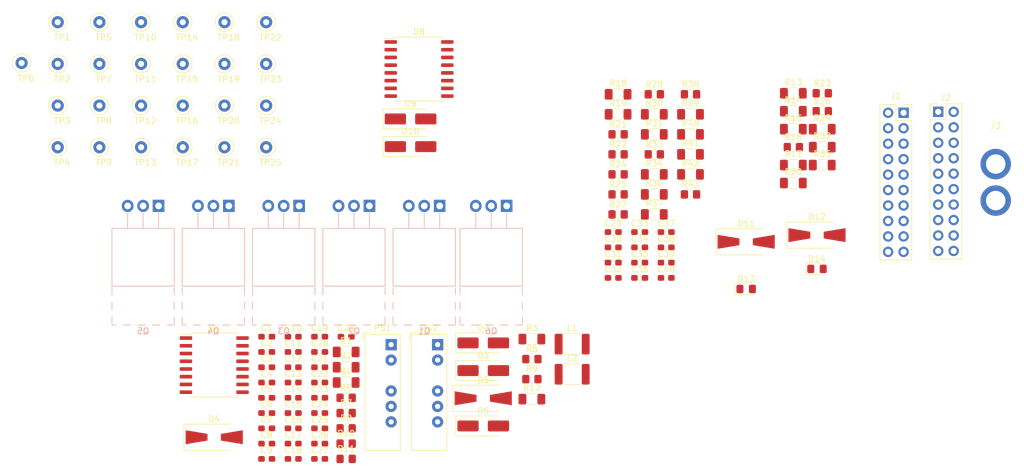
<source format=kicad_pcb>
(kicad_pcb (version 20221018) (generator pcbnew)
  (layers (0 "F.Cu" signal) (31 "B.Cu" signal) (34 "B.Paste" user) (35 "F.Paste" user) (36 "B.SilkS" user "B.Silkscreen") (37 "F.SilkS" user "F.Silkscreen") (38 "B.Mask" user) (39 "F.Mask" user) (44 "Edge.Cuts" user))
  (net 0 "")
  (net 1 "GND")
  (net 2 "+3.3V")
  (net 3 "Net-(D1-DESAT)")
  (net 4 "+12V")
  (net 5 "Net-(PS1-+Vin)")
  (net 6 "Net-(PS2-+Vin)")
  (net 7 "Net-(D2-A)")
  (net 8 "Net-(D3-A)")
  (net 9 "GNDPWR")
  (net 10 "Net-(D5-A)")
  (net 11 "Net-(D6-A)")
  (net 12 "VDC")
  (net 13 "Net-(R1-Pad2)")
  (net 14 "+15VH")
  (net 15 "OUT")
  (net 16 "~{FLTH}")
  (net 17 "RDYH")
  (net 18 "~{FLTL}")
  (net 19 "RDYL")
  (net 20 "ClampH")
  (net 21 "ClampL")
  (net 22 "Net-(C36-Pad1)")
  (net 23 "Net-(C38-Pad1)")
  (net 24 "Net-(C40-Pad1)")
  (net 25 "~{RSTH}")
  (net 26 "IN-H")
  (net 27 "IN+H")
  (net 28 "OutL1")
  (net 29 "OutH1")
  (net 30 "~{RSTL}")
  (net 31 "IN-L")
  (net 32 "IN+L")
  (net 33 "OutL2")
  (net 34 "OutH2")
  (net 35 "Net-(D13-A)")
  (net 36 "Net-(D11-K)")
  (net 37 "Net-(D12-K)")
  (net 38 "Net-(D14-K)")
  (net 39 "Net-(D10-K)")
  (net 40 "Net-(R34-Pad2)")
  (net 41 "Net-(C11-Pad1)")
  (net 42 "Net-(C22-Pad1)")
  (net 43 "Net-(C27-Pad1)")
  (net 44 "Net-(D8-DESAT)")
  (net 45 "Net-(D4-K)")
  (net 46 "Net-(D5-K)")
  (net 47 "Net-(D10-A)")
  (net 48 "Net-(R3-Pad1)")
  (net 49 "Net-(R6-Pad2)")
  (net 50 "Net-(D7-K)")
  (net 51 "Net-(R12-Pad2)")
  (net 52 "Net-(R14-Pad1)")
  (net 53 "Net-(R17-Pad2)")
  (net 54 "Net-(R19-Pad1)")
  (net 55 "Net-(R22-Pad2)")
  (net 56 "Net-(R29-Pad2)")
  (net 57 "Net-(R31-Pad1)")
  (net 58 "Net-(R36-Pad1)")
  (net 59 "Net-(R39-Pad2)")
  (net 60 "Net-(R41-Pad1)")
  (footprint "Capacitor_SMD:C_0603_1608Metric_Pad1.08x0.95mm_HandSolder" (layer "F.Cu") (at 131.7842 97.8796)
    (fp_text reference "C20" (at 0 -1.43) (layer "F.SilkS"))
    (fp_text value "0.47u")
    (pad "1" smd roundrect (at -0.8625 0) (size 1.075 0.95) (layers "F.Cu" "F.Paste" "F.Mask") (net 9 "GNDPWR"))
    (pad "2" smd roundrect (at 0.8625 0) (size 1.075 0.95) (layers "F.Cu" "F.Paste" "F.Mask") (net 14 "+15VH"))
  )
  (footprint "Resistor_SMD:R_1206_3216Metric_Pad1.30x1.75mm_HandSolder" (layer "F.Cu") (at 186.773 71.9864)
    (fp_text reference "R36" (at 0 -1.82) (layer "F.SilkS"))
    (fp_text value "15")
    (pad "1" smd roundrect (at -1.55 0) (size 1.3 1.75) (layers "F.Cu" "F.Paste" "F.Mask") (roundrect_rratio 0.192308) (net 58 "Net-(R36-Pad1)"))
    (pad "2" smd roundrect (at 1.55 0) (size 1.3 1.75) (layers "F.Cu" "F.Paste" "F.Mask") (roundrect_rratio 0.192308) (net 33 "OutL2"))
  )
  (footprint "Connector_PinHeader_2.54mm:PinHeader_2x10_P2.54mm_Vertical" (layer "F.Cu") (at 233.426 58.42)
    (fp_text reference "J2" (at 1.27 -2.33) (layer "F.SilkS"))
    (fp_text value "Conn_02x10_Odd_Even")
    (pad "1" thru_hole rect (at 0 0) (size 1.7 1.7) (drill 1) (layers "*.Cu" "*.Mask") (net 2 "+3.3V"))
    (pad "2" thru_hole oval (at 2.54 0) (size 1.7 1.7) (drill 1) (layers "*.Cu" "*.Mask") (net 1 "GND"))
    (pad "3" thru_hole oval (at 0 2.54) (size 1.7 1.7) (drill 1) (layers "*.Cu" "*.Mask") (net 25 "~{RSTH}"))
    (pad "4" thru_hole oval (at 2.54 2.54) (size 1.7 1.7) (drill 1) (layers "*.Cu" "*.Mask") (net 30 "~{RSTL}"))
    (pad "5" thru_hole oval (at 0 5.08) (size 1.7 1.7) (drill 1) (layers "*.Cu" "*.Mask") (net 27 "IN+H"))
    (pad "6" thru_hole oval (at 2.54 5.08) (size 1.7 1.7) (drill 1) (layers "*.Cu" "*.Mask") (net 32 "IN+L"))
    (pad "7" thru_hole oval (at 0 7.62) (size 1.7 1.7) (drill 1) (layers "*.Cu" "*.Mask") (net 26 "IN-H"))
    (pad "8" thru_hole oval (at 2.54 7.62) (size 1.7 1.7) (drill 1) (layers "*.Cu" "*.Mask") (net 31 "IN-L"))
    (pad "9" thru_hole oval (at 0 10.16) (size 1.7 1.7) (drill 1) (layers "*.Cu" "*.Mask") (net 17 "RDYH"))
    (pad "10" thru_hole oval (at 2.54 10.16) (size 1.7 1.7) (drill 1) (layers "*.Cu" "*.Mask") (net 19 "RDYL"))
    (pad "11" thru_hole oval (at 0 12.7) (size 1.7 1.7) (drill 1) (layers "*.Cu" "*.Mask") (net 16 "~{FLTH}"))
    (pad "12" thru_hole oval (at 2.54 12.7) (size 1.7 1.7) (drill 1) (layers "*.Cu" "*.Mask") (net 18 "~{FLTL}"))
    (pad "13" thru_hole oval (at 0 15.24) (size 1.7 1.7) (drill 1) (layers "*.Cu" "*.Mask"))
    (pad "14" thru_hole oval (at 2.54 15.24) (size 1.7 1.7) (drill 1) (layers "*.Cu" "*.Mask"))
    (pad "15" thru_hole oval (at 0 17.78) (size 1.7 1.7) (drill 1) (layers "*.Cu" "*.Mask"))
    (pad "16" thru_hole oval (at 2.54 17.78) (size 1.7 1.7) (drill 1) (layers "*.Cu" "*.Mask"))
    (pad "17" thru_hole oval (at 0 20.32) (size 1.7 1.7) (drill 1) (layers "*.Cu" "*.Mask"))
    (pad "18" thru_hole oval (at 2.54 20.32) (size 1.7 1.7) (drill 1) (layers "*.Cu" "*.Mask"))
    (pad "19" thru_hole oval (at 0 22.86) (size 1.7 1.7) (drill 1) (layers "*.Cu" "*.Mask"))
    (pad "20" thru_hole oval (at 2.54 22.86) (size 1.7 1.7) (drill 1) (layers "*.Cu" "*.Mask"))
  )
  (footprint "TestPoint:TestPoint_Loop_D2.50mm_Drill1.0mm_LowProfile" (layer "F.Cu") (at 88.7368 57.388)
    (fp_text reference "TP3" (at 0.7 2.5) (layer "F.SilkS"))
    (fp_text value "TestPoint")
    (pad "1" thru_hole circle (at 0 0) (size 2 2) (drill 1) (layers "*.Cu" "*.Mask") (net 15 "OUT"))
  )
  (footprint "TestPoint:TestPoint_Loop_D2.50mm_Drill1.0mm_LowProfile" (layer "F.Cu") (at 88.7368 43.688)
    (fp_text reference "TP1" (at 0.7 2.5) (layer "F.SilkS"))
    (fp_text value "TestPoint")
    (pad "1" thru_hole circle (at 0 0) (size 2 2) (drill 1) (layers "*.Cu" "*.Mask") (net 12 "VDC"))
  )
  (footprint "Capacitor_SMD:C_0603_1608Metric_Pad1.08x0.95mm_HandSolder" (layer "F.Cu") (at 184.373 80.6864)
    (fp_text reference "C34" (at 0 -1.43) (layer "F.SilkS"))
    (fp_text value "0.1u")
    (pad "1" smd roundrect (at -0.8625 0) (size 1.075 0.95) (layers "F.Cu" "F.Paste" "F.Mask") (net 14 "+15VH"))
    (pad "2" smd roundrect (at 0.8625 0) (size 1.075 0.95) (layers "F.Cu" "F.Paste" "F.Mask") (net 9 "GNDPWR"))
  )
  (footprint "Resistor_SMD:R_1206_3216Metric_Pad1.30x1.75mm_HandSolder" (layer "F.Cu") (at 209.623 67.1664)
    (fp_text reference "R17" (at 0 -1.82) (layer "F.SilkS"))
    (fp_text value "15")
    (pad "1" smd roundrect (at -1.55 0) (size 1.3 1.75) (layers "F.Cu" "F.Paste" "F.Mask") (roundrect_rratio 0.192308) (net 29 "OutH1"))
    (pad "2" smd roundrect (at 1.55 0) (size 1.3 1.75) (layers "F.Cu" "F.Paste" "F.Mask") (roundrect_rratio 0.192308) (net 53 "Net-(R17-Pad2)"))
  )
  (footprint "Capacitor_SMD:C_0603_1608Metric_Pad1.08x0.95mm_HandSolder" (layer "F.Cu") (at 131.7842 110.4296)
    (fp_text reference "C25" (at 0 -1.43) (layer "F.SilkS"))
    (fp_text value "0.1u")
    (pad "1" smd roundrect (at -0.8625 0) (size 1.075 0.95) (layers "F.Cu" "F.Paste" "F.Mask") (net 9 "GNDPWR"))
    (pad "2" smd roundrect (at 0.8625 0) (size 1.075 0.95) (layers "F.Cu" "F.Paste" "F.Mask") (net 14 "+15VH"))
  )
  (footprint "Resistor_SMD:R_1206_3216Metric_Pad1.30x1.75mm_HandSolder" (layer "F.Cu") (at 209.623 58.3164)
    (fp_text reference "R14" (at 0 -1.82) (layer "F.SilkS"))
    (fp_text value "15")
    (pad "1" smd roundrect (at -1.55 0) (size 1.3 1.75) (layers "F.Cu" "F.Paste" "F.Mask") (roundrect_rratio 0.192308) (net 52 "Net-(R14-Pad1)"))
    (pad "2" smd roundrect (at 1.55 0) (size 1.3 1.75) (layers "F.Cu" "F.Paste" "F.Mask") (roundrect_rratio 0.192308) (net 28 "OutL1"))
  )
  (footprint "Resistor_SMD:R_1206_3216Metric_Pad1.30x1.75mm_HandSolder" (layer "F.Cu") (at 209.623 61.2664)
    (fp_text reference "R15" (at 0 -1.82) (layer "F.SilkS"))
    (fp_text value "15")
    (pad "1" smd roundrect (at -1.55 0) (size 1.3 1.75) (layers "F.Cu" "F.Paste" "F.Mask") (roundrect_rratio 0.192308) (net 20 "ClampH"))
    (pad "2" smd roundrect (at 1.55 0) (size 1.3 1.75) (layers "F.Cu" "F.Paste" "F.Mask") (roundrect_rratio 0.192308) (net 52 "Net-(R14-Pad1)"))
  )
  (footprint "Capacitor_SMD:C_0603_1608Metric_Pad1.08x0.95mm_HandSolder" (layer "F.Cu") (at 131.7842 95.3696)
    (fp_text reference "C19" (at 0 -1.43) (layer "F.SilkS"))
    (fp_text value "4.7u")
    (pad "1" smd roundrect (at -0.8625 0) (size 1.075 0.95) (layers "F.Cu" "F.Paste" "F.Mask") (net 6 "Net-(PS2-+Vin)"))
    (pad "2" smd roundrect (at 0.8625 0) (size 1.075 0.95) (layers "F.Cu" "F.Paste" "F.Mask") (net 1 "GND"))
  )
  (footprint "Resistor_SMD:R_0805_2012Metric_Pad1.20x1.40mm_HandSolder" (layer "F.Cu") (at 136.1342 105.4096)
    (fp_text reference "R5" (at 0 -1.65) (layer "F.SilkS"))
    (fp_text value "Rdesat")
    (pad "1" smd roundrect (at -1 0) (size 1.2 1.4) (layers "F.Cu" "F.Paste" "F.Mask") (roundrect_rratio 0.208333) (net 41 "Net-(C11-Pad1)"))
    (pad "2" smd roundrect (at 1 0) (size 1.2 1.4) (layers "F.Cu" "F.Paste" "F.Mask") (roundrect_rratio 0.208333) (net 20 "ClampH"))
  )
  (footprint "TestPoint:TestPoint_Loop_D2.50mm_Drill1.0mm_LowProfile" (layer "F.Cu") (at 95.5868 64.238)
    (fp_text reference "TP9" (at 0.7 2.5) (layer "F.SilkS"))
    (fp_text value "TestPoint")
    (pad "1" thru_hole circle (at 0 0) (size 2 2) (drill 1) (layers "*.Cu" "*.Mask") (net 20 "ClampH"))
  )
  (footprint "Resistor_SMD:R_1206_3216Metric_Pad1.30x1.75mm_HandSolder" (layer "F.Cu") (at 136.1342 102.8996)
    (fp_text reference "R4" (at 0 -1.82) (layer "F.SilkS"))
    (fp_text value "15")
    (pad "1" smd roundrect (at -1.55 0) (size 1.3 1.75) (layers "F.Cu" "F.Paste" "F.Mask") (roundrect_rratio 0.192308) (net 20 "ClampH"))
    (pad "2" smd roundrect (at 1.55 0) (size 1.3 1.75) (layers "F.Cu" "F.Paste" "F.Mask") (roundrect_rratio 0.192308) (net 48 "Net-(R3-Pad1)"))
  )
  (footprint "Resistor_SMD:R_0805_2012Metric_Pad1.20x1.40mm_HandSolder" (layer "F.Cu") (at 186.773 55.5364)
    (fp_text reference "R28" (at 0 -1.65) (layer "F.SilkS"))
    (fp_text value "330")
    (pad "1" smd roundrect (at -1 0) (size 1.2 1.4) (layers "F.Cu" "F.Paste" "F.Mask") (roundrect_rratio 0.208333) (net 18 "~{FLTL}"))
    (pad "2" smd roundrect (at 1 0) (size 1.2 1.4) (layers "F.Cu" "F.Paste" "F.Mask") (roundrect_rratio 0.208333) (net 38 "Net-(D14-K)"))
  )
  (footprint "Capacitor_SMD:C_0603_1608Metric_Pad1.08x0.95mm_HandSolder" (layer "F.Cu") (at 184.373 85.7064)
    (fp_text reference "C36" (at 0 -1.43) (layer "F.SilkS"))
    (fp_text value "Cf")
    (pad "1" smd roundrect (at -0.8625 0) (size 1.075 0.95) (layers "F.Cu" "F.Paste" "F.Mask") (net 22 "Net-(C36-Pad1)"))
    (pad "2" smd roundrect (at 0.8625 0) (size 1.075 0.95) (layers "F.Cu" "F.Paste" "F.Mask") (net 9 "GNDPWR"))
  )
  (footprint "TestPoint:TestPoint_Loop_D2.50mm_Drill1.0mm_LowProfile" (layer "F.Cu") (at 102.4368 43.688)
    (fp_text reference "TP10" (at 0.7 2.5) (layer "F.SilkS"))
    (fp_text value "TestPoint")
    (pad "1" thru_hole circle (at 0 0) (size 2 2) (drill 1) (layers "*.Cu" "*.Mask") (net 15 "OUT"))
  )
  (footprint "Resistor_SMD:R_0805_2012Metric_Pad1.20x1.40mm_HandSolder" (layer "F.Cu") (at 192.723 55.5364)
    (fp_text reference "R38" (at 0 -1.65) (layer "F.SilkS"))
    (fp_text value "Rdesat")
    (pad "1" smd roundrect (at -1 0) (size 1.2 1.4) (layers "F.Cu" "F.Paste" "F.Mask") (roundrect_rratio 0.208333) (net 23 "Net-(C38-Pad1)"))
    (pad "2" smd roundrect (at 1 0) (size 1.2 1.4) (layers "F.Cu" "F.Paste" "F.Mask") (roundrect_rratio 0.208333) (net 21 "ClampL"))
  )
  (footprint "Diode_SMD:D_SMA-SMB_Universal_Handsoldering" (layer "F.Cu") (at 213.508 78.6764)
    (fp_text reference "D12" (at 0 -3) (layer "F.SilkS"))
    (fp_text value "D_Zener_Small")
    (pad "1" smd trapezoid (at -2.9 0) (size 3.6 1.7) (rect_delta 0.6 0) (layers "F.Cu" "F.Paste" "F.Mask") (net 37 "Net-(D12-K)"))
    (pad "2" smd trapezoid (at 2.9 0 180) (size 3.6 1.7) (rect_delta 0.6 0) (layers "F.Cu" "F.Paste" "F.Mask") (net 36 "Net-(D11-K)"))
  )
  (footprint "TestPoint:TestPoint_Loop_D2.50mm_Drill1.0mm_LowProfile" (layer "F.Cu") (at 109.2868 57.388)
    (fp_text reference "TP16" (at 0.7 2.5) (layer "F.SilkS"))
    (fp_text value "TestPoint")
    (pad "1" thru_hole circle (at 0 0) (size 2 2) (drill 1) (layers "*.Cu" "*.Mask") (net 19 "RDYL"))
  )
  (footprint "TestPoint:TestPoint_Loop_D2.50mm_Drill1.0mm_LowProfile" (layer "F.Cu") (at 116.1368 50.538)
    (fp_text reference "TP19" (at 0.7 2.5) (layer "F.SilkS"))
    (fp_text value "TestPoint")
    (pad "1" thru_hole circle (at 0 0) (size 2 2) (drill 1) (layers "*.Cu" "*.Mask") (net 9 "GNDPWR"))
  )
  (footprint "Capacitor_SMD:C_0603_1608Metric_Pad1.08x0.95mm_HandSolder" (layer "F.Cu") (at 127.4342 95.3696)
    (fp_text reference "C10" (at 0 -1.43) (layer "F.SilkS"))
    (fp_text value "100n")
    (pad "1" smd roundrect (at -0.8625 0) (size 1.075 0.95) (layers "F.Cu" "F.Paste" "F.Mask") (net 20 "ClampH"))
    (pad "2" smd roundrect (at 0.8625 0) (size 1.075 0.95) (layers "F.Cu" "F.Paste" "F.Mask") (net 15 "OUT"))
  )
  (footprint "Capacitor_SMD:C_0603_1608Metric_Pad1.08x0.95mm_HandSolder" (layer "F.Cu") (at 127.4342 112.9396)
    (fp_text reference "C17" (at 0 -1.43) (layer "F.SilkS"))
    (fp_text value "0.1u")
    (pad "1" smd roundrect (at -0.8625 0) (size 1.075 0.95) (layers "F.Cu" "F.Paste" "F.Mask") (net 14 "+15VH"))
    (pad "2" smd roundrect (at 0.8625 0) (size 1.075 0.95) (layers "F.Cu" "F.Paste" "F.Mask") (net 15 "OUT"))
  )
  (footprint "TestPoint:TestPoint_Loop_D2.50mm_Drill1.0mm_LowProfile" (layer "F.Cu") (at 122.9868 43.688)
    (fp_text reference "TP22" (at 0.7 2.5) (layer "F.SilkS"))
    (fp_text value "TestPoint")
    (pad "1" thru_hole circle (at 0 0) (size 2 2) (drill 1) (layers "*.Cu" "*.Mask") (net 9 "GNDPWR"))
  )
  (footprint "Diode_SMD:D_SMA-SMB_Universal_Handsoldering" (layer "F.Cu") (at 114.4542 111.8896)
    (fp_text reference "D4" (at 0 -3) (layer "F.SilkS"))
    (fp_text value "D_Zener_Small")
    (pad "1" smd trapezoid (at -2.9 0) (size 3.6 1.7) (rect_delta 0.6 0) (layers "F.Cu" "F.Paste" "F.Mask") (net 45 "Net-(D4-K)"))
    (pad "2" smd trapezoid (at 2.9 0 180) (size 3.6 1.7) (rect_delta 0.6 0) (layers "F.Cu" "F.Paste" "F.Mask") (net 8 "Net-(D3-A)"))
  )
  (footprint "Resistor_SMD:R_1206_3216Metric_Pad1.30x1.75mm_HandSolder" (layer "F.Cu") (at 166.6542 105.6296)
    (fp_text reference "R12" (at 0 -1.82) (layer "F.SilkS"))
    (fp_text value "15")
    (pad "1" smd roundrect (at -1.55 0) (size 1.3 1.75) (layers "F.Cu" "F.Paste" "F.Mask") (roundrect_rratio 0.192308) (net 29 "OutH1"))
    (pad "2" smd roundrect (at 1.55 0) (size 1.3 1.75) (layers "F.Cu" "F.Paste" "F.Mask") (roundrect_rratio 0.192308) (net 51 "Net-(R12-Pad2)"))
  )
  (footprint "Package_SO:SOIC-16W_7.5x10.3mm_P1.27mm" (layer "F.Cu") (at 148.1056 51.3842)
    (fp_text reference "D8" (at 0 -6.1) (layer "F.SilkS"))
    (fp_text value "NSI6651")
    (pad "1" smd roundrect (at -4.65 -4.445) (size 2.05 0.6) (layers "F.Cu" "F.Paste" "F.Mask") (net 14 "+15VH"))
    (pad "2" smd roundrect (at -4.65 -3.175) (size 2.05 0.6) (layers "F.Cu" "F.Paste" "F.Mask") (net 44 "Net-(D8-DESAT)"))
    (pad "3" smd roundrect (at -4.65 -1.905) (size 2.05 0.6) (layers "F.Cu" "F.Paste" "F.Mask") (net 9 "GNDPWR"))
    (pad "4" smd roundrect (at -4.65 -0.635) (size 2.05 0.6) (layers "F.Cu" "F.Paste" "F.Mask") (net 34 "OutH2"))
    (pad "5" smd roundrect (at -4.65 0.635) (size 2.05 0.6) (layers "F.Cu" "F.Paste" "F.Mask") (net 14 "+15VH"))
    (pad "6" smd roundrect (at -4.65 1.905) (size 2.05 0.6) (layers "F.Cu" "F.Paste" "F.Mask") (net 33 "OutL2"))
    (pad "7" smd roundrect (at -4.65 3.175) (size 2.05 0.6) (layers "F.Cu" "F.Paste" "F.Mask") (net 21 "ClampL"))
    (pad "8" smd roundrect (at -4.65 4.445) (size 2.05 0.6) (layers "F.Cu" "F.Paste" "F.Mask") (net 14 "+15VH"))
    (pad "9" smd roundrect (at 4.65 4.445) (size 2.05 0.6) (layers "F.Cu" "F.Paste" "F.Mask") (net 1 "GND"))
    (pad "10" smd roundrect (at 4.65 3.175) (size 2.05 0.6) (layers "F.Cu" "F.Paste" "F.Mask") (net 32 "IN+L"))
    (pad "11" smd roundrect (at 4.65 1.905) (size 2.05 0.6) (layers "F.Cu" "F.Paste" "F.Mask") (net 31 "IN-L"))
    (pad "12" smd roundrect (at 4.65 0.635) (size 2.05 0.6) (layers "F.Cu" "F.Paste" "F.Mask") (net 19 "RDYL"))
    (pad "13" smd roundrect (at 4.65 -0.635) (size 2.05 0.6) (layers "F.Cu" "F.Paste" "F.Mask") (net 18 "~{FLTL}"))
    (pad "14" smd roundrect (at 4.65 -1.905) (size 2.05 0.6) (layers "F.Cu" "F.Paste" "F.Mask") (net 30 "~{RSTL}"))
    (pad "15" smd roundrect (at 4.65 -3.175) (size 2.05 0.6) (layers "F.Cu" "F.Paste" "F.Mask") (net 2 "+3.3V"))
    (pad "16" smd roundrect (at 4.65 -4.445) (size 2.05 0.6) (layers "F.Cu" "F.Paste" "F.Mask") (net 1 "GND"))
  )
  (footprint "Capacitor_SMD:C_0603_1608Metric_Pad1.08x0.95mm_HandSolder" (layer "F.Cu") (at 123.0842 102.8996)
    (fp_text reference "C4" (at 0 -1.43) (layer "F.SilkS"))
    (fp_text value "4.7u")
    (pad "1" smd roundrect (at -0.8625 0) (size 1.075 0.95) (layers "F.Cu" "F.Paste" "F.Mask") (net 4 "+12V"))
    (pad "2" smd roundrect (at 0.8625 0) (size 1.075 0.95) (layers "F.Cu" "F.Paste" "F.Mask") (net 1 "GND"))
  )
  (footprint "TestPoint:TestPoint_Loop_D2.50mm_Drill1.0mm_LowProfile" (layer "F.Cu") (at 122.9868 57.388)
    (fp_text reference "TP24" (at 0.7 2.5) (layer "F.SilkS"))
    (fp_text value "TestPoint")
    (pad "1" thru_hole circle (at 0 0) (size 2 2) (drill 1) (layers "*.Cu" "*.Mask") (net 21 "ClampL"))
  )
  (footprint "Resistor_SMD:R_0805_2012Metric_Pad1.20x1.40mm_HandSolder" (layer "F.Cu") (at 180.823 71.9864)
    (fp_text reference "R25" (at 0 -1.65) (layer "F.SilkS"))
    (fp_text value "4.7k")
    (pad "1" smd roundrect (at -1 0) (size 1.2 1.4) (layers "F.Cu" "F.Paste" "F.Mask") (roundrect_rratio 0.208333) (net 19 "RDYL"))
    (pad "2" smd roundrect (at 1 0) (size 1.2 1.4) (layers "F.Cu" "F.Paste" "F.Mask") (roundrect_rratio 0.208333) (net 2 "+3.3V"))
  )
  (footprint "Connector_My:Power_Wire" (layer "F.Cu") (at 242.8748 72.9996)
    (fp_text reference "J4" (at 0 -6.302 unlocked) (layer "F.SilkS"))
    (fp_text value "Conn_01x01")
    (pad "1" thru_hole circle (at 0 0) (size 5 5) (drill 3.2) (layers "*.Cu" "*.Mask") (net 4 "+12V"))
  )
  (footprint "Capacitor_SMD:C_0603_1608Metric_Pad1.08x0.95mm_HandSolder" (layer "F.Cu") (at 127.4342 97.8796)
    (fp_text reference "C11" (at 0 -1.43) (layer "F.SilkS"))
    (fp_text value "Cf")
    (pad "1" smd roundrect (at -0.8625 0) (size 1.075 0.95) (layers "F.Cu" "F.Paste" "F.Mask") (net 41 "Net-(C11-Pad1)"))
    (pad "2" smd roundrect (at 0.8625 0) (size 1.075 0.95) (layers "F.Cu" "F.Paste" "F.Mask") (net 15 "OUT"))
  )
  (footprint "Capacitor_SMD:C_0603_1608Metric_Pad1.08x0.95mm_HandSolder" (layer "F.Cu") (at 180.023 80.6864)
    (fp_text reference "C30" (at 0 -1.43) (layer "F.SilkS"))
    (fp_text value "Cblk")
    (pad "1" smd roundrect (at -0.8625 0) (size 1.075 0.95) (layers "F.Cu" "F.Paste" "F.Mask") (net 9 "GNDPWR"))
    (pad "2" smd roundrect (at 0.8625 0) (size 1.075 0.95) (layers "F.Cu" "F.Paste" "F.Mask") (net 44 "Net-(D8-DESAT)"))
  )
  (footprint "Diode_SMD:D_SMA_Handsoldering" (layer "F.Cu") (at 158.6592 100.9396)
    (fp_text reference "D3" (at 0 -2.5) (layer "F.SilkS"))
    (fp_text value "D_Small")
    (pad "1" smd roundrect (at -2.5 0) (size 3.5 1.8) (layers "F.Cu" "F.Paste" "F.Mask") (roundrect_rratio 0.1388888889) (net 7 "Net-(D2-A)"))
    (pad "2" smd roundrect (at 2.5 0) (size 3.5 1.8) (layers "F.Cu" "F.Paste" "F.Mask") (roundrect_rratio 0.1388888889) (net 8 "Net-(D3-A)"))
  )
  (footprint "TestPoint:TestPoint_Loop_D2.50mm_Drill1.0mm_LowProfile" (layer "F.Cu") (at 116.1368 57.388)
    (fp_text reference "TP20" (at 0.7 2.5) (layer "F.SilkS"))
    (fp_text value "TestPoint")
    (pad "1" thru_hole circle (at 0 0) (size 2 2) (drill 1) (layers "*.Cu" "*.Mask") (net 15 "OUT"))
  )
  (footprint "Package_SO:SOIC-16W_7.5x10.3mm_P1.27mm" (layer "F.Cu") (at 114.4542 100.0396)
    (fp_text reference "D1" (at 0 -6.1) (layer "F.SilkS"))
    (fp_text value "NSI6651")
    (pad "1" smd roundrect (at -4.65 -4.445) (size 2.05 0.6) (layers "F.Cu" "F.Paste" "F.Mask") (net 14 "+15VH"))
    (pad "2" smd roundrect (at -4.65 -3.175) (size 2.05 0.6) (layers "F.Cu" "F.Paste" "F.Mask") (net 3 "Net-(D1-DESAT)"))
    (pad "3" smd roundrect (at -4.65 -1.905) (size 2.05 0.6) (layers "F.Cu" "F.Paste" "F.Mask") (net 15 "OUT"))
    (pad "4" smd roundrect (at -4.65 -0.635) (size 2.05 0.6) (layers "F.Cu" "F.Paste" "F.Mask") (net 29 "OutH1"))
    (pad "5" smd roundrect (at -4.65 0.635) (size 2.05 0.6) (layers "F.Cu" "F.Paste" "F.Mask") (net 14 "+15VH"))
    (pad "6" smd roundrect (at -4.65 1.905) (size 2.05 0.6) (layers "F.Cu" "F.Paste" "F.Mask") (net 28 "OutL1"))
    (pad "7" smd roundrect (at -4.65 3.175) (size 2.05 0.6) (layers "F.Cu" "F.Paste" "F.Mask") (net 20 "ClampH"))
    (pad "8" smd roundrect (at -4.65 4.445) (size 2.05 0.6) (layers "F.Cu" "F.Paste" "F.Mask") (net 14 "+15VH"))
    (pad "9" smd roundrect (at 4.65 4.445) (size 2.05 0.6) (layers "F.Cu" "F.Paste" "F.Mask") (net 1 "GND"))
    (pad "10" smd roundrect (at 4.65 3.175) (size 2.05 0.6) (layers "F.Cu" "F.Paste" "F.Mask") (net 27 "IN+H"))
    (pad "11" smd roundrect (at 4.65 1.905) (size 2.05 0.6) (layers "F.Cu" "F.Paste" "F.Mask") (net 26 "IN-H"))
    (pad "12" smd roundrect (at 4.65 0.635) (size 2.05 0.6) (layers "F.Cu" "F.Paste" "F.Mask") (net 17 "RDYH"))
    (pad "13" smd roundrect (at 4.65 -0.635) (size 2.05 0.6) (layers "F.Cu" "F.Paste" "F.Mask") (net 16 "~{FLTH}"))
    (pad "14" smd roundrect (at 4.65 -1.905) (size 2.05 0.6) (layers "F.Cu" "F.Paste" "F.Mask") (net 25 "~{RSTH}"))
    (pad "15" smd roundrect (at 4.65 -3.175) (size 2.05 0.6) (layers "F.Cu" "F.Paste" "F.Mask") (net 2 "+3.3V"))
    (pad "16" smd roundrect (at 4.65 -4.445) (size 2.05 0.6) (layers "F.Cu" "F.Paste" "F.Mask") (net 1 "GND"))
  )
  (footprint "Capacitor_SMD:C_0603_1608Metric_Pad1.08x0.95mm_HandSolder" (layer "F.Cu") (at 127.4342 107.9196)
    (fp_text reference "C15" (at 0 -1.43) (layer "F.SilkS"))
    (fp_text value "0.47u")
    (pad "1" smd roundrect (at -0.8625 0) (size 1.075 0.95) (layers "F.Cu" "F.Paste" "F.Mask") (net 14 "+15VH"))
    (pad "2" smd roundrect (at 0.8625 0) (size 1.075 0.95) (layers "F.Cu" "F.Paste" "F.Mask") (net 9 "GNDPWR"))
  )
  (footprint "Resistor_SMD:R_0805_2012Metric_Pad1.20x1.40mm_HandSolder" (layer "F.Cu") (at 180.823 62.1164)
    (fp_text reference "R21" (at 0 -1.65) (layer "F.SilkS"))
    (fp_text value "Rdesat")
    (pad "1" smd roundrect (at -1 0) (size 1.2 1.4) (layers "F.Cu" "F.Paste" "F.Mask") (roundrect_rratio 0.208333) (net 43 "Net-(C27-Pad1)"))
    (pad "2" smd roundrect (at 1 0) (size 1.2 1.4) (layers "F.Cu" "F.Paste" "F.Mask") (roundrect_rratio 0.208333) (net 20 "ClampH"))
  )
  (footprint "TestPoint:TestPoint_Loop_D2.50mm_Drill1.0mm_LowProfile" (layer "F.Cu") (at 116.1368 64.238)
    (fp_text reference "TP21" (at 0.7 2.5) (layer "F.SilkS"))
    (fp_text value "TestPoint")
    (pad "1" thru_hole circle (at 0 0) (size 2 2) (drill 1) (layers "*.Cu" "*.Mask") (net 21 "ClampL"))
  )
  (footprint "Resistor_SMD:R_1206_3216Metric_Pad1.30x1.75mm_HandSolder" (layer "F.Cu") (at 180.823 55.5364)
    (fp_text reference "R18" (at 0 -1.82) (layer "F.SilkS"))
    (fp_text value "15")
    (pad "1" smd roundrect (at -1.55 0) (size 1.3 1.75) (layers "F.Cu" "F.Paste" "F.Mask") (roundrect_rratio 0.192308) (net 53 "Net-(R17-Pad2)"))
    (pad "2" smd roundrect (at 1.55 0) (size 1.3 1.75) (layers "F.Cu" "F.Paste" "F.Mask") (roundrect_rratio 0.192308) (net 20 "ClampH"))
  )
  (footprint "Resistor_SMD:R_1206_3216Metric_Pad1.30x1.75mm_HandSolder" (layer "F.Cu") (at 136.1342 97.8796)
    (fp_text reference "R1" (at 0 -1.82) (layer "F.SilkS"))
    (fp_text value "15")
    (pad "1" smd roundrect (at -1.55 0) (size 1.3 1.75) (layers "F.Cu" "F.Paste" "F.Mask") (roundrect_rratio 0.192308) (net 29 "OutH1"))
    (pad "2" smd roundrect (at 1.55 0) (size 1.3 1.75) (layers "F.Cu" "F.Paste" "F.Mask") (roundrect_rratio 0.192308) (net 13 "Net-(R1-Pad2)"))
  )
  (footprint "LED_SMD:LED_0805_2012Metric_Pad1.15x1.40mm_HandSolder" (layer "F.Cu") (at 213.508 84.2264)
    (fp_text reference "D14" (at 0 -1.65) (layer "F.SilkS"))
    (fp_text value "LED_Small")
    (pad "1" smd roundrect (at -1.025 0) (size 1.15 1.4) (layers "F.Cu" "F.Paste" "F.Mask") (roundrect_rratio 0.217391) (net 38 "Net-(D14-K)"))
    (pad "2" smd roundrect (at 1.025 0) (size 1.15 1.4) (layers "F.Cu" "F.Paste" "F.Mask") (roundrect_rratio 0.217391) (net 2 "+3.3V"))
  )
  (footprint "TestPoint:TestPoint_Loop_D2.50mm_Drill1.0mm_LowProfile" (layer "F.Cu") (at 109.2868 50.538)
    (fp_text reference "TP15" (at 0.7 2.5) (layer "F.SilkS"))
    (fp_text value "TestPoint")
    (pad "1" thru_hole circle (at 0 0) (size 2 2) (drill 1) (layers "*.Cu" "*.Mask") (net 18 "~{FLTL}"))
  )
  (footprint "Resistor_SMD:R_0805_2012Metric_Pad1.20x1.40mm_HandSolder" (layer "F.Cu") (at 136.1342 115.4496)
    (fp_text reference "R11" (at 0 -1.65) (layer "F.SilkS"))
    (fp_text value "330")
    (pad "1" smd roundrect (at -1 0) (size 1.2 1.4) (layers "F.Cu" "F.Paste" "F.Mask") (roundrect_rratio 0.208333) (net 16 "~{FLTH}"))
    (pad "2" smd roundrect (at 1 0) (size 1.2 1.4) (layers "F.Cu" "F.Paste" "F.Mask") (roundrect_rratio 0.208333) (net 50 "Net-(D7-K)"))
  )
  (footprint "Capacitor_SMD:C_0603_1608Metric_Pad1.08x0.95mm_HandSolder" (layer "F.Cu") (at 123.0842 115.4496)
    (fp_text reference "C9" (at 0 -1.43) (layer "F.SilkS"))
    (fp_text value "CY")
    (pad "1" smd roundrect (at -0.8625 0) (size 1.075 0.95) (layers "F.Cu" "F.Paste" "F.Mask") (net 1 "GND"))
    (pad "2" smd roundrect (at 0.8625 0) (size 1.075 0.95) (layers "F.Cu" "F.Paste" "F.Mask") (net 15 "OUT"))
  )
  (footprint "Capacitor_SMD:C_0603_1608Metric_Pad1.08x0.95mm_HandSolder" (layer "F.Cu") (at 180.023 85.7064)
    (fp_text reference "C32" (at 0 -1.43) (layer "F.SilkS"))
    (fp_text value "0.1n")
    (pad "1" smd roundrect (at -0.8625 0) (size 1.075 0.95) (layers "F.Cu" "F.Paste" "F.Mask") (net 19 "RDYL"))
    (pad "2" smd roundrect (at 0.8625 0) (size 1.075 0.95) (layers "F.Cu" "F.Paste" "F.Mask") (net 1 "GND"))
  )
  (footprint "Capacitor_SMD:C_0603_1608Metric_Pad1.08x0.95mm_HandSolder" (layer "F.Cu") (at 131.7842 100.3896)
    (fp_text reference "C21" (at 0 -1.43) (layer "F.SilkS"))
    (fp_text value "100n")
    (pad "1" smd roundrect (at -0.8625 0) (size 1.075 0.95) (layers "F.Cu" "F.Paste" "F.Mask") (net 20 "ClampH"))
    (pad "2" smd roundrect (at 0.8625 0) (size 1.075 0.95) (layers "F.Cu" "F.Paste" "F.Mask") (net 15 "OUT"))
  )
  (footprint "Connector_PinSocket_2.54mm:PinSocket_2x10_P2.54mm_Vertical" (layer "F.Cu") (at 227.7364 58.5724)
    (fp_text reference "J1" (at -1.27 -2.77) (layer "F.SilkS"))
    (fp_text value "Conn_02x10_Odd_Even")
    (pad "1" thru_hole rect (at 0 0) (size 1.7 1.7) (drill 1) (layers "*.Cu" "*.Mask") (net 2 "+3.3V"))
    (pad "2" thru_hole oval (at -2.54 0) (size 1.7 1.7) (drill 1) (layers "*.Cu" "*.Mask") (net 1 "GND"))
    (pad "3" thru_hole oval (at 0 2.54) (size 1.7 1.7) (drill 1) (layers "*.Cu" "*.Mask") (net 25 "~{RSTH}"))
    (pad "4" thru_hole oval (at -2.54 2.54) (size 1.7 1.7) (drill 1) (layers "*.Cu" "*.Mask") (net 30 "~{RSTL}"))
    (pad "5" thru_hole oval (at 0 5.08) (size 1.7 1.7) (drill 1) (layers "*.Cu" "*.Mask") (net 27 "IN+H"))
    (pad "6" thru_hole oval (at -2.54 5.08) (size 1.7 1.7) (drill 1) (layers "*.Cu" "*.Mask") (net 32 "IN+L"))
    (pad "7" thru_hole oval (at 0 7.62) (size 1.7 1.7) (drill 1) (layers "*.Cu" "*.Mask") (net 26 "IN-H"))
    (pad "8" thru_hole oval (at -2.54 7.62) (size 1.7 1.7) (drill 1) (layers "*.Cu" "*.Mask") (net 31 "IN-L"))
    (pad "9" thru_hole oval (at 0 10.16) (size 1.7 1.7) (drill 1) (layers "*.Cu" "*.Mask") (net 17 "RDYH"))
    (pad "10" thru_hole oval (at -2.54 10.16) (size 1.7 1.7) (drill 1) (layers "*.Cu" "*.Mask") (net 19 "RDYL"))
    (pad "11" thru_hole oval (at 0 12.7) (size 1.7 1.7) (drill 1) (layers "*.Cu" "*.Mask") (net 16 "~{FLTH}"))
    (pad "12" thru_hole oval (at -2.54 12.7) (size 1.7 1.7) (drill 1) (layers "*.Cu" "*.Mask") (net 18 "~{FLTL}"))
    (pad "13" thru_hole oval (at 0 15.24) (size 1.7 1.7) (drill 1) (layers "*.Cu" "*.Mask"))
    (pad "14" thru_hole oval (at -2.54 15.24) (size 1.7 1.7) (drill 1) (layers "*.Cu" "*.Mask"))
    (pad "15" thru_hole oval (at 0 17.78) (size 1.7 1.7) (drill 1) (layers "*.Cu" "*.Mask"))
    (pad "16" thru_hole oval (at -2.54 17.78) (size 1.7 1.7) (drill 1) (layers "*.Cu" "*.Mask"))
    (pad "17" thru_hole oval (at 0 20.32) (size 1.7 1.7) (drill 1) (layers "*.Cu" "*.Mask"))
    (pad "18" thru_hole oval (at -2.54 20.32) (size 1.7 1.7) (drill 1) (layers "*.Cu" "*.Mask"))
    (pad "19" thru_hole oval (at 0 22.86) (size 1.7 1.7) (drill 1) (layers "*.Cu" "*.Mask"))
    (pad "20" thru_hole oval (at -2.54 22.86) (size 1.7 1.7) (drill 1) (layers "*.Cu" "*.Mask"))
  )
  (footprint "TestPoint:TestPoint_Loop_D2.50mm_Drill1.0mm_LowProfile" (layer "F.Cu") (at 109.2868 43.688)
    (fp_text reference "TP14" (at 0.7 2.5) (layer "F.SilkS"))
    (fp_text value "TestPoint")
    (pad "1" thru_hole circle (at 0 0) (size 2 2) (drill 1) (layers "*.Cu" "*.Mask") (net 44 "Net-(D8-DESAT)"))
  )
  (footprint "Diode_SMD:D_SMA_Handsoldering" (layer "F.Cu") (at 158.6592 96.3896)
    (fp_text reference "D2" (at 0 -2.5) (layer "F.SilkS"))
    (fp_text value "D_Small")
    (pad "1" smd roundrect (at -2.5 0) (size 3.5 1.8) (layers "F.Cu" "F.Paste" "F.Mask") (roundrect_rratio 0.1388888889) (net 12 "VDC"))
    (pad "2" smd roundrect (at 2.5 0) (size 3.5 1.8) (layers "F.Cu" "F.Paste" "F.Mask") (roundrect_rratio 0.1388888889) (net 7 "Net-(D2-A)"))
  )
  (footprint "Resistor_SMD:R_0805_2012Metric_Pad1.20x1.40mm_HandSolder" (layer "F.Cu") (at 136.1342 112.9396)
    (fp_text reference "R10" (at 0 -1.65) (layer "F.SilkS"))
    (fp_text value "330")
    (pad "1" smd roundrect (at -1 0) (size 1.2 1.4) (layers "F.Cu" "F.Paste" "F.Mask") (roundrect_rratio 0.208333) (net 17 "RDYH"))
    (pad "2" smd roundrect (at 1 0) (size 1.2 1.4) (layers "F.Cu" "F.Paste" "F.Mask") (roundrect_rratio 0.208333) (net 11 "Net-(D6-A)"))
  )
  (footprint "Capacitor_SMD:C_0603_1608Metric_Pad1.08x0.95mm_HandSolder" (layer "F.Cu") (at 188.723 80.6864)
    (fp_text reference "C38" (at 0 -1.43) (layer "F.SilkS"))
    (fp_text value "Cf")
    (pad "1" smd roundrect (at -0.8625 0) (size 1.075 0.95) (layers "F.Cu" "F.Paste" "F.Mask") (net 23 "Net-(C38-Pad1)"))
    (pad "2" smd roundrect (at 0.8625 0) (size 1.075 0.95) (layers "F.Cu" "F.Paste" "F.Mask") (net 9 "GNDPWR"))
  )
  (footprint "Resistor_SMD:R_1206_3216Metric_Pad1.30x1.75mm_HandSolder" (layer "F.Cu") (at 192.723 65.4064)
    (fp_text reference "R41" (at 0 -1.82) (layer "F.SilkS"))
    (fp_text value "15")
    (pad "1" smd roundrect (at -1.55 0) (size 1.3 1.75) (layers "F.Cu" "F.Paste" "F.Mask") (roundrect_rratio 0.192308) (net 60 "Net-(R41-Pad1)"))
    (pad "2" smd roundrect (at 1.55 0) (size 1.3 1.75) (layers "F.Cu" "F.Paste" "F.Mask") (roundrect_rratio 0.192308) (net 33 "OutL2"))
  )
  (footprint "Capacitor_SMD:C_0603_1608Metric_Pad1.08x0.95mm_HandSolder" (layer "F.Cu") (at 123.0842 107.9196)
    (fp_text reference "C6" (at 0 -1.43) (layer "F.SilkS"))
    (fp_text value "0.47u")
    (pad "1" smd roundrect (at -0.8625 0) (size 1.075 0.95) (layers "F.Cu" "F.Paste" "F.Mask") (net 15 "OUT"))
    (pad "2" smd roundrect (at 0.8625 0) (size 1.075 0.95) (layers "F.Cu" "F.Paste" "F.Mask") (net 14 "+15VH"))
  )
  (footprint "TestPoint:TestPoint_Loop_D2.50mm_Drill1.0mm_LowProfile" (layer "F.Cu") (at 82.804 50.3936)
    (fp_text reference "TP6" (at 0.7 2.5) (layer "F.SilkS"))
    (fp_text value "TestPoint")
    (pad "1" thru_hole circle (at 0 0) (size 2 2) (drill 1) (layers "*.Cu" "*.Mask") (net 17 "RDYH"))
  )
  (footprint "Capacitor_SMD:C_0603_1608Metric_Pad1.08x0.95mm_HandSolder" (layer "F.Cu") (at 180.023 83.1964)
    (fp_text reference "C31" (at 0 -1.43) (layer "F.SilkS"))
    (fp_text value "0.1n")
    (pad "1" smd roundrect (at -0.8625 0) (size 1.075 0.95) (layers "F.Cu" "F.Paste" "F.Mask") (net 18 "~{FLTL}"))
    (pad "2" smd roundrect (at 0.8625 0) (size 1.075 0.95) (layers "F.Cu" "F.Paste" "F.Mask") (net 1 "GND"))
  )
  (footprint "Resistor_SMD:R_0805_2012Metric_Pad1.20x1.40mm_HandSolder" (layer "F.Cu") (at 186.773 65.4064)
    (fp_text reference "R33" (at 0 -1.65) (layer "F.SilkS"))
    (fp_text value "Rdesat")
    (pad "1" smd roundrect (at -1 0) (size 1.2 1.4) (layers "F.Cu" "F.Paste" "F.Mask") (roundrect_rratio 0.208333) (net 22 "Net-(C36-Pad1)"))
    (pad "2" smd roundrect (at 1 0) (size 1.2 1.4) (layers "F.Cu" "F.Paste" "F.Mask") (roundrect_rratio 0.208333) (net 21 "ClampL"))
  )
  (footprint "Resistor_SMD:R_1206_3216Metric_Pad1.30x1.75mm_HandSolder" (layer "F.Cu") (at 180.823 58.8264)
    (fp_text reference "R19" (at 0 -1.82) (layer "F.SilkS"))
    (fp_text value "15")
    (pad "1" smd roundrect (at -1.55 0) (size 1.3 1.75) (layers "F.Cu" "F.Paste" "F.Mask") (roundrect_rratio 0.192308) (net 54 "Net-(R19-Pad1)"))
    (pad "2" smd roundrect (at 1.55 0) (size 1.3 1.75) (layers "F.Cu" "F.Paste" "F.Mask") (roundrect_rratio 0.192308) (net 28 "OutL1"))
  )
  (footprint "Capacitor_SMD:C_0603_1608Metric_Pad1.08x0.95mm_HandSolder" (layer "F.Cu") (at 131.7842 115.4496)
    (fp_text reference "C27" (at 0 -1.43) (layer "F.SilkS"))
    (fp_text value "Cf")
    (pad "1" smd roundrect (at -0.8625 0) (size 1.075 0.95) (layers "F.Cu" "F.Paste" "F.Mask") (net 43 "Net-(C27-Pad1)"))
    (pad "2" smd roundrect (at 0.8625 0) (size 1.075 0.95) (layers "F.Cu" "F.Paste" "F.Mask") (net 15 "OUT"))
  )
  (footprint "Resistor_SMD:R_1206_3216Metric_Pad1.30x1.75mm_HandSolder" (layer "F.Cu") (at 192.723 62.1164)
    (fp_text reference "R40" (at 0 -1.82) (layer "F.SilkS"))
    (fp_text value "15")
    (pad "1" smd roundrect (at -1.55 0) (size 1.3 1.75) (layers "F.Cu" "F.Paste" "F.Mask") (roundrect_rratio 0.192308) (net 59 "Net-(R39-Pad2)"))
    (pad "2" smd roundrect (at 1.55 0) (size 1.3 1.75) (layers "F.Cu" "F.Paste" "F.Mask") (roundrect_rratio 0.192308) (net 21 "ClampL"))
  )
  (footprint "Capacitor_SMD:C_0603_1608Metric_Pad1.08x0.95mm_HandSolder" (layer "F.Cu") (at 123.0842 100.3896)
    (fp_text reference "C3" (at 0 -1.43) (layer "F.SilkS"))
    (fp_text value "0.1u")
    (pad "1" smd roundrect (at -0.8625 0) (size 1.075 0.95) (layers "F.Cu" "F.Paste" "F.Mask") (net 15 "OUT"))
    (pad "2" smd roundrect (at 0.8625 0) (size 1.075 0.95) (layers "F.Cu" "F.Paste" "F.Mask") (net 14 "+15VH"))
  )
  (footprint "Resistor_SMD:R_1206_3216Metric_Pad1.30x1.75mm_HandSolder" (layer "F.Cu") (at 186.773 75.2764)
    (fp_text reference "R37" (at 0 -1.82) (layer "F.SilkS"))
    (fp_text value "15")
    (pad "1" smd roundrect (at -1.55 0) (size 1.3 1.75) (layers "F.Cu" "F.Paste" "F.Mask") (roundrect_rratio 0.192308) (net 21 "ClampL"))
    (pad "2" smd roundrect (at 1.55 0) (size 1.3 1.75) (layers "F.Cu" "F.Paste" "F.Mask") (roundrect_rratio 0.192308) (net 58 "Net-(R36-Pad1)"))
  )
  (footprint "Resistor_SMD:R_0805_2012Metric_Pad1.20x1.40mm_HandSolder" (layer "F.Cu") (at 192.723 71.9864)
    (fp_text reference "R43" (at 0 -1.65) (layer "F.SilkS"))
    (fp_text value "Rdesat")
    (pad "1" smd roundrect (at -1 0) (size 1.2 1.4) (layers "F.Cu" "F.Paste" "F.Mask") (roundrect_rratio 0.208333) (net 24 "Net-(C40-Pad1)"))
    (pad "2" smd roundrect (at 1 0) (size 1.2 1.4) (layers "F.Cu" "F.Paste" "F.Mask") (roundrect_rratio 0.208333) (net 21 "ClampL"))
  )
  (footprint "TestPoint:TestPoint_Loop_D2.50mm_Drill1.0mm_LowProfile" (layer "F.Cu") (at 109.2868 64.238)
    (fp_text reference "TP17" (at 0.7 2.5) (layer "F.SilkS"))
    (fp_text value "TestPoint")
    (pad "1" thru_hole circle (at 0 0) (size 2 2) (drill 1) (layers "*.Cu" "*.Mask") (net 15 "OUT"))
  )
  (footprint "Converter_DCDC:Converter_DCDC_XP_POWER-IAxxxxS_THT" (layer "F.Cu") (at 151.1642 96.6696)
    (fp_text reference "PS2" (at -1.39 -2.73) (layer "F.SilkS"))
    (fp_text value "IA1215S")
    (pad "1" thru_hole rect (at 0 0) (size 1.85 1.85) (drill 0.85) (layers "*.Cu" "*.Mask") (net 6 "Net-(PS2-+Vin)"))
    (pad "2" thru_hole circle (at 0 2.54) (size 1.85 1.85) (drill 0.85) (layers "*.Cu" "*.Mask") (net 1 "GND"))
    (pad "4" thru_hole circle (at 0 7.62) (size 1.85 1.85) (drill 0.85) (layers "*.Cu" "*.Mask") (net 14 "+15VH"))
    (pad "5" thru_hole circle (at 0 10.16) (size 1.85 1.85) (drill 0.85) (layers "*.Cu" "*.Mask") (net 9 "GNDPWR"))
    (pad "6" thru_hole circle (at 0 12.7) (size 1.85 1.85) (drill 0.85) (layers "*.Cu" "*.Mask") (net 14 "+15VH"))
  )
  (footprint "TestPoint:TestPoint_Loop_D2.50mm_Drill1.0mm_LowProfile" (layer "F.Cu") (at 88.7368 50.538)
    (fp_text reference "TP2" (at 0.7 2.5) (layer "F.SilkS"))
    (fp_text value "TestPoint")
    (pad "1" thru_hole circle (at 0 0) (size 2 2) (drill 1) (layers "*.Cu" "*.Mask") (net 20 "ClampH"))
  )
  (footprint "TestPoint:TestPoint_Loop_D2.50mm_Drill1.0mm_LowProfile" (layer "F.Cu") (at 95.5868 57.388)
    (fp_text reference "TP8" (at 0.7 2.5) (layer "F.SilkS"))
    (fp_text value "TestPoint")
    (pad "1" thru_hole circle (at 0 0) (size 2 2) (drill 1) (layers "*.Cu" "*.Mask") (net 12 "VDC"))
  )
  (footprint "Resistor_SMD:R_1206_3216Metric_Pad1.30x1.75mm_HandSolder" (layer "F.Cu") (at 166.6542 95.7596)
    (fp_text reference "R3" (at 0 -1.82) (layer "F.SilkS"))
    (fp_text value "15")
    (pad "1" smd roundrect (at -1.55 0) (size 1.3 1.75) (layers "F.Cu" "F.Paste" "F.Mask") (roundrect_rratio 0.192308) (net 48 "Net-(R3-Pad1)"))
    (pad "2" smd roundrect (at 1.55 0) (size 1.3 1.75) (layers "F.Cu" "F.Paste" "F.Mask") (roundrect_rratio 0.192308) (net 28 "OutL1"))
  )
  (footprint "Capacitor_SMD:C_0603_1608Metric_Pad1.08x0.95mm_HandSolder" (layer "F.Cu") (at 131.7842 102.8996)
    (fp_text reference "C22" (at 0 -1.43) (layer "F.SilkS"))
    (fp_text value "Cf")
    (pad "1" smd roundrect (at -0.8625 0) (size 1.075 0.95) (layers "F.Cu" "F.Paste" "F.Mask") (net 42 "Net-(C22-Pad1)"))
    (pad "2" smd roundrect (at 0.8625 0) (size 1.075 0.95) (layers "F.Cu" "F.Paste" "F.Mask") (net 15 "OUT"))
  )
  (footprint "Diode_SMD:D_SMA-SMB_Universal_Handsoldering" (layer "F.Cu") (at 201.868 79.7764)
    (fp_text reference "D11" (at 0 -3) (layer "F.SilkS"))
    (fp_text value "D_Zener_Small")
    (pad "1" smd trapezoid (at -2.9 0) (size 3.6 1.7) (rect_delta 0.6 0) (layers "F.Cu" "F.Paste" "F.Mask") (net 36 "Net-(D11-K)"))
    (pad "2" smd trapezoid (at 2.9 0 180) (size 3.6 1.7) (rect_delta 0.6 0) (layers "F.Cu" "F.Paste" "F.Mask") (net 47 "Net-(D10-A)"))
  )
  (footprint "Capacitor_SMD:C_0603_1608Metric_Pad1.08x0.95mm_HandSolder" (layer "F.Cu") (at 127.4342 102.8996)
    (fp_text reference "C13" (at 0 -1.43) (layer "F.SilkS"))
    (fp_text value "0.1n")
    (pad "1" smd roundrect (at -0.8625 0) (size 1.075 0.95) (layers "F.Cu" "F.Paste" "F.Mask") (net 16 "~{FLTH}"))
    (pad "2" smd roundrect (at 0.8625 0) (size 1.075 0.95) (layers "F.Cu" "F.Paste" "F.Mask") (net 1 "GND"))
  )
  (footprint "Resistor_SMD:R_0805_2012Metric_Pad1.20x1.40mm_HandSolder" (layer "F.Cu") (at 136.1342 110.4296)
    (fp_text reference "R8" (at 0 -1.65) (layer "F.SilkS"))
    (fp_text value "4.7k")
    (pad "1" smd roundrect (at -1 0) (size 1.2 1.4) (layers "F.Cu" "F.Paste" "F.Mask") (roundrect_rratio 0.208333) (net 16 "~{FLTH}"))
    (pad "2" smd roundrect (at 1 0) (size 1.2 1.4) (layers "F.Cu" "F.Paste" "F.Mask") (roundrect_rratio 0.208333) (net 2 "+3.3V"))
  )
  (footprint "Capacitor_SMD:C_0603_1608Metric_Pad1.08x0.95mm_HandSolder" (layer "F.Cu") (at 127.4342 110.4296)
    (fp_text reference "C16" (at 0 -1.43) (layer "F.SilkS"))
    (fp_text value "10u")
    (pad "1" smd roundrect (at -0.8625 0) (size 1.075 0.95) (layers "F.Cu" "F.Paste" "F.Mask") (net 14 "+15VH"))
    (pad "2" smd roundrect (at 0.8625 0) (size 1.075 0.95) (layers "F.Cu" "F.Paste" "F.Mask") (net 15 "OUT"))
  )
  (footprint "Diode_SMD:D_SMA-SMB_Universal_Handsoldering" (layer "F.Cu") (at 158.6592 105.4896)
    (fp_text reference "D5" (at 0 -3) (layer "F.SilkS"))
    (fp_text value "D_Zener_Small")
    (pad "1" smd trapezoid (at -2.9 0) (size 3.6 1.7) (rect_delta 0.6 0) (layers "F.Cu" "F.Paste" "F.Mask") (net 46 "Net-(D5-K)"))
    (pad "2" smd trapezoid (at 2.9 0 180) (size 3.6 1.7) (rect_delta 0.6 0) (layers "F.Cu" "F.Paste" "F.Mask") (net 45 "Net-(D4-K)"))
  )
  (footprint "Capacitor_SMD:C_0603_1608Metric_Pad1.08x0.95mm_HandSolder" (layer "F.Cu") (at 123.0842 110.4296)
    (fp_text reference "C7" (at 0 -1.43) (layer "F.SilkS"))
    (fp_text value "0.1u")
    (pad "1" smd roundrect (at -0.8625 0) (size 1.075 0.95) (layers "F.Cu" "F.Paste" "F.Mask") (net 1 "GND"))
    (pad "2" smd roundrect (at 0.8625 0) (size 1.075 0.95) (layers "F.Cu" "F.Paste" "F.Mask") (net 2 "+3.3V"))
  )
  (footprint "Resistor_SMD:R_0805_2012Metric_Pad1.20x1.40mm_HandSolder" (layer "F.Cu") (at 166.6542 102.3396)
    (fp_text reference "R9" (at 0 -1.65) (layer "F.SilkS"))
    (fp_text value "4.7k")
    (pad "1" smd roundrect (at -1 0) (size 1.2 1.4) (layers "F.Cu" "F.Paste" "F.Mask") (roundrect_rratio 0.208333) (net 17 "RDYH"))
    (pad "2" smd roundrect (at 1 0) (size 1.2 1.4) (layers "F.Cu" "F.Paste" "F.Mask") (roundrect_rratio 0.208333) (net 2 "+3.3V"))
  )
  (footprint "TestPoint:TestPoint_Loop_D2.50mm_Drill1.0mm_LowProfile" (layer "F.Cu") (at 102.4368 64.238)
    (fp_text reference "TP13" (at 0.7 2.5) (layer "F.SilkS"))
    (fp_text value "TestPoint")
    (pad "1" thru_hole circle (at 0 0) (size 2 2) (drill 1) (layers "*.Cu" "*.Mask") (net 15 "OUT"))
  )
  (footprint "TestPoint:TestPoint_Loop_D2.50mm_Drill1.0mm_LowProfile" (layer "F.Cu") (at 102.4368 57.388)
    (fp_text reference "TP12" (at 0.7 2.5) (layer "F.SilkS"))
    (fp_text value "TestPoint")
    (pad "1" thru_hole circle (at 0 0) (size 2 2) (drill 1) (layers "*.Cu" "*.Mask") (net 20 "ClampH"))
  )
  (footprint "Resistor_SMD:R_1206_3216Metric_Pad1.30x1.75mm_HandSolder" (layer "F.Cu") (at 192.723 58.8264)
    (fp_text reference "R39" (at 0 -1.82) (layer "F.SilkS"))
    (fp_text value "15")
    (pad "1" smd roundrect (at -1.55 0) (size 1.3 1.75) (layers "F.Cu" "F.Paste" "F.Mask") (roundrect_rratio 0.192308) (net 34 "OutH2"))
    (pad "2" smd roundrect (at 1.55 0) (size 1.3 1.75) (layers "F.Cu" "F.Paste" "F.Mask") (roundrect_rratio 0.192308) (net 59 "Net-(R39-Pad2)"))
  )
  (footprint "Capacitor_SMD:C_0603_1608Metric_Pad1.08x0.95mm_HandSolder" (layer "F.Cu") (at 123.0842 97.8796)
    (fp_text reference "C2" (at 0 -1.43) (layer "F.SilkS"))
    (fp_text value "10u")
    (pad "1" smd roundrect (at -0.8625 0) (size 1.075 0.95) (layers "F.Cu" "F.Paste" "F.Mask") (net 15 "OUT"))
    (pad "2" smd roundrect (at 0.8625 0) (size 1.075 0.95) (layers "F.Cu" "F.Paste" "F.Mask") (net 14 "+15VH"))
  )
  (footprint "Capacitor_SMD:C_0603_1608Metric_Pad1.08x0.95mm_HandSolder" (layer "F.Cu") (at 123.0842 105.4096)
    (fp_text reference "C5" (at 0 -1.43) (layer "F.SilkS"))
    (fp_text value "4.7u")
    (pad "1" smd roundrect (at -0.8625 0) (size 1.075 0.95) (layers "F.Cu" "F.Paste" "F.Mask") (net 5 "Net-(PS1-+Vin)"))
    (pad "2" smd roundrect (at 0.8625 0) (size 1.075 0.95) (layers "F.Cu" "F.Paste" "F.Mask") (net 1 "GND"))
  )
  (footprint "Capacitor_SMD:C_0603_1608Metric_Pad1.08x0.95mm_HandSolder" (layer "F.Cu") (at 136.1342 95.3696)
    (fp_text reference "C28" (at 0 -1.43) (layer "F.SilkS"))
    (fp_text value "0.1u")
    (pad "1" smd roundrect (at -0.8625 0) (size 1.075 0.95) (layers "F.Cu" "F.Paste" "F.Mask") (net 1 "GND"))
    (pad "2" smd roundrect (at 0.8625 0) (size 1.075 0.95) (layers "F.Cu" "F.Paste" "F.Mask") (net 2 "+3.3V"))
  )
  (footprint "TestPoint:TestPoint_Loop_D2.50mm_Drill1.0mm_LowProfile" (layer "F.Cu") (at 88.7368 64.238)
    (fp_text reference "TP4" (at 0.7 2.5) (layer "F.SilkS"))
    (fp_text value "TestPoint")
    (pad "1" thru_hole circle (at 0 0) (size 2 2) (drill 1) (layers "*.Cu" "*.Mask") (net 3 "Net-(D1-DESAT)"))
  )
  (footprint "Resistor_SMD:R_0805_2012Metric_Pad1.20x1.40mm_HandSolder" (layer "F.Cu") (at 180.823 65.4064)
    (fp_text reference "R22" (at 0 -1.65) (layer "F.SilkS"))
    (fp_text value "Rdesat")
    (pad "1" smd roundrect (at -1 0) (size 1.2 1.4) (layers "F.Cu" "F.Paste" "F.Mask") (roundrect_rratio 0.208333) (net 37 "Net-(D12-K)"))
    (pad "2" smd roundrect (at 1 0) (size 1.2 1.4) (layers "F.Cu" "F.Paste" "F.Mask") (roundrect_rratio 0.208333) (net 55 "Net-(R22-Pad2)"))
  )
  (footprint "Resistor_SMD:R_1206_3216Metric_Pad1.30x1.75mm_HandSolder" (layer "F.Cu") (at 214.373 64.2164)
    (fp_text reference "R32" (at 0 -1.82) (layer "F.SilkS"))
    (fp_text value "15")
    (pad "1" smd roundrect (at -1.55 0) (size 1.3 1.75) (layers "F.Cu" "F.Paste" "F.Mask") (roundrect_rratio 0.192308) (net 21 "ClampL"))
    (pad "2" smd roundrect (at 1.55 0) (size 1.3 1.75) (layers "F.Cu" "F.Paste" "F.Mask") (roundrect_rratio 0.192308) (net 57 "Net-(R31-Pad1)"))
  )
  (footprint "Resistor_SMD:R_1206_3216Metric_Pad1.30x1.75mm_HandSolder" (layer "F.Cu") (at 214.373 67.1664)
    (fp_text reference "R35" (at 0 -1.82) (layer "F.SilkS"))
    (fp_text value "15")
    (pad "1" smd roundrect (at -1.55 0) (size 1.3 1.75) (layers "F.Cu" "F.Paste" "F.Mask") (roundrect_rratio 0.192308) (net 40 "Net-(R34-Pad2)"))
    (pad "2" smd roundrect (at 1.55 0) (size 1.3 1.75) (layers "F.Cu" "F.Paste" "F.Mask") (roundrect_rratio 0.192308) (net 21 "ClampL"))
  )
  (footprint "Resistor_SMD:R_0805_2012Metric_Pad1.20x1.40mm_HandSolder" (layer "F.Cu") (at 180.823 68.6964)
    (fp_text reference "R24" (at 0 -1.65) (layer "F.SilkS"))
    (fp_text value "4.7k")
    (pad "1" smd roundrect (at -1 0) (size 1.2 1.4) (layers "F.Cu" "F.Paste" "F.Mask") (roundrect_rratio 0.208333) (net 18 "~{FLTL}"))
    (pad "2" smd roundrect (at 1 0) (size 1.2 1.4) (layers "F.Cu" "F.Paste" "F.Mask") (roundrect_rratio 0.208333) (net 2 "+3.3V"))
  )
  (footprint "Diode_SMD:D_SMA_Handsoldering" (layer "F.Cu") (at 158.6592 110.0396)
    (fp_text reference "D6" (at 0 -2.5) (layer "F.SilkS"))
    (fp_text value "D_Small")
    (pad "1" smd roundrect (at -2.5 0) (size 3.5 1.8) (layers "F.Cu" "F.Paste" "F.Mask") (roundrect_rratio 0.1388888889) (net 10 "Net-(D5-A)"))
    (pad "2" smd roundrect (at 2.5 0) (size 3.5 1.8) (layers "F.Cu" "F.Paste" "F.Mask") (roundrect_rratio 0.1388888889) (net 35 "Net-(D13-A)"))
  )
  (footprint "Diode_SMD:D_SMA_Handsoldering" (layer "F.Cu") (at 146.7206 59.5842)
    (fp_text reference "D9" (at 0 -2.5) (layer "F.SilkS"))
    (fp_text value "D_Small")
    (pad "1" smd roundrect (at -2.5 0) (size 3.5 1.8) (layers "F.Cu" "F.Paste" "F.Mask") (roundrect_rratio 0.1388888889) (net 15 "OUT"))
    (pad "2" smd roundrect (at 2.5 0) (size 3.5 1.8) (layers "F.Cu" "F.Paste" "F.Mask") (roundrect_rratio 0.1388888889) (net 39 "Net-(D10-K)"))
  )
  (footprint "Capacitor_SMD:C_0603_1608Metric_Pad1.08x0.95mm_HandSolder" (layer "F.Cu") (at 127.4342 100.3896)
    (fp_text reference "C12" (at 0 -1.43) (layer "F.SilkS"))
    (fp_text value "Cblk")
    (pad "1" smd roundrect (at -0.8625 0) (size 1.075 0.95) (layers "F.Cu" "F.Paste" "F.Mask") (net 15 "OUT"))
    (pad "2" smd roundrect (at 0.8625 0) (size 1.075 0.95) (layers "F.Cu" "F.Paste" "F.Mask") (net 3 "Net-(D1-DESAT)"))
  )
  (footprint "Resistor_SMD:R_1206_3216Metric_Pad1.30x1.75mm_HandSolder" (layer "F.Cu") (at 186.773 68.6964)
    (fp_text reference "R34" (at 0 -1.82) (layer "F.SilkS"))
    (fp_text value "15")
    (pad "1" smd roundrect (at -1.55 0) (size 1.3 1.75) (layers "F.Cu" "F.Paste" "F.Mask") (roundrect_rratio 0.192308) (net 34 "OutH2"))
    (pad "2" smd roundrect (at 1.55 0) (size 1.3 1.75) (layers "F.Cu" "F.Paste" "F.Mask") (roundrect_rratio 0.192308) (net 40 "Net-(R34-Pad2)"))
  )
  (footprint "Converter_DCDC:Converter_DCDC_XP_POWER-IAxxxxS_THT" (layer "F.Cu") (at 143.5242 96.6696)
    (fp_text reference "PS1" (at -1.39 -2.73) (layer "F.SilkS"))
    (fp_text value "IA1215S")
    (pad "1" thru_hole rect (at 0 0) (size 1.85 1.85) (drill 0.85) (layers "*.Cu" "*.Mask") (net 5 "Net-(PS1-+Vin)"))
    (pad "2" thru_hole circle (at 0 2.54) (size 1.85 1.85) (drill 0.85) (layers "*.Cu" "*.Mask") (net 1 "GND"))
    (pad "4" thru_hole circle (at 0 7.62) (size 1.85 1.85) (drill 0.85) (layers "*.Cu" "*.Mask") (net 14 "+15VH"))
    (pad "5" thru_hole circle (at 0 10.16) (size 1.85 1.85) (drill 0.85) (layers "*.Cu" "*.Mask") (net 15 "OUT"))
    (pad "6" thru_hole circle (at 0 12.7) (size 1.85 1.85) (drill 0.85) (layers "*.Cu" "*.Mask") (net 14 "+15VH"))
  )
  (footprint "TestPoint:TestPoint_Loop_D2.50mm_Drill1.0mm_LowProfile" (layer "F.Cu") (at 95.5868 43.688)
    (fp_text reference "TP5" (at 0.7 2.5) (layer "F.SilkS"))
    (fp_text value "TestPoint")
    (pad "1" thru_hole circle (at 0 0) (size 2 2) (drill 1) (layers "*.Cu" "*.Mask") (net 16 "~{FLTH}"))
  )
  (footprint "Connector_My:Power_Wire" (layer "F.Cu") (at 242.8748 66.9996)
    (fp_text reference "J3" (at 0 -6.302 unlocked) (layer "F.SilkS"))
    (fp_text value "Conn_01x01")
    (pad "1" thru_hole circle (at 0 0) (size 5 5) (drill 3.2) (layers "*.Cu" "*.Mask") (net 1 "GND"))
  )
  (footprint "Capacitor_SMD:C_0603_1608Metric_Pad1.08x0.95mm_HandSolder" (layer "F.Cu") (at 127.4342 115.4496)
    (fp_text reference "C18" (at 0 -1.43) (layer "F.SilkS"))
    (fp_text value "4.7u")
    (pad "1" smd roundrect (at -0.8625 0) (size 1.075 0.95) (layers "F.Cu" "F.Paste" "F.Mask") (net 4 "+12V"))
    (pad "2" smd roundrect (at 0.8625 0) (size 1.075 0.95) (layers "F.Cu" "F.Paste" "F.Mask") (net 1 "GND"))
  )
  (footprint "Resistor_SMD:R_0805_2012Metric_Pad1.20x1.40mm_HandSolder" (layer "F.Cu") (at 214.373 55.3664)
    (fp_text reference "R23" (at 0 -1.65) (layer "F.SilkS"))
    (fp_text value "Rdesat")
    (pad "1" smd roundrect (at -1 0) (size 1.2 1.4) (layers "F.Cu" "F.Paste" "F.Mask") (roundrect_rratio 0.208333) (net 55 "Net-(R22-Pad2)"))
    (pad "2" smd roundrect (at 1 0) (size 1.2 1.4) (layers "F.Cu" "F.Paste" "F.Mask") (roundrect_rratio 0.208333) (net 44 "Net-(D8-DESAT)"))
  )
  (footprint "Capacitor_SMD:C_0603_1608Metric_Pad1.08x0.95mm_HandSolder" (layer "F.Cu") (at 188.723 83.1964)
    (fp_text reference "C39" (at 0 -1.43) (layer "F.SilkS"))
    (fp_text value "100n")
    (pad "1" smd roundrect (at -0.8625 0) (size 1.075 0.95) (layers "F.Cu" "F.Paste" "F.Mask") (net 21 "ClampL"))
    (pad "2" smd roundrect (at 0.8625 0) (size 1.075 0.95) (layers "F.Cu" "F.Paste" "F.Mask") (net 9 "GNDPWR"))
  )
  (footprint "Resistor_SMD:R_1206_3216Metric_Pad1.30x1.75mm_HandSolder" (layer "F.Cu") (at 192.723 68.6964)
    (fp_text reference "R42" (at 0 -1.82) (layer "F.SilkS"))
    (fp_text value "15")
    (pad "1" smd roundrect (at -1.55 0) (size 1.3 1.75) (layers "F.Cu" "F.Paste" "F.Mask") (roundrect_rratio 0.192308) (net 21 "ClampL"))
    (pad "2" smd roundrect (at 1.55 0) (size 1.3 1.75) (layers "F.Cu" "F.Paste" "F.Mask") (roundrect_rratio 0.192308) (net 60 "Net-(R41-Pad1)"))
  )
  (footprint "TestPoint:TestPoint_Loop_D2.50mm_Drill1.0mm_LowProfile" (layer "F.Cu") (at 122.9868 50.538)
    (fp_text reference "TP23" (at 0.7 2.5) (layer "F.SilkS"))
    (fp_text value "TestPoint")
    (pad "1" thru_hole circle (at 0 0) (size 2 2) (drill 1) (layers "*.Cu" "*.Mask") (net 15 "OUT"))
  )
  (footprint "Resistor_SMD:R_0805_2012Metric_Pad1.20x1.40mm_HandSolder" (layer "F.Cu") (at 209.623 64.2164)
    (fp_text reference "R16" (at 0 -1.65) (layer "F.SilkS"))
    (fp_text value "Rdesat")
    (pad "1" smd roundrect (at -1 0) (size 1.2 1.4) (layers "F.Cu" "F.Paste" "F.Mask") (roundrect_rratio 0.208333) (net 42 "Net-(C22-Pad1)"))
    (pad "2" smd roundrect (at 1 0) (size 1.2 1.4) (layers "F.Cu" "F.Paste" "F.Mask") (roundrect_rratio 0.208333) (net 20 "ClampH"))
  )
  (footprint "Resistor_SMD:R_1206_3216Metric_Pad1.30x1.75mm_HandSolder" (layer "F.Cu") (at 214.373 61.2664)
    (fp_text reference "R29" (at 0 -1.82) (layer "F.SilkS"))
    (fp_text value "15")
    (pad "1" smd roundrect (at -1.55 0) (size 1.3 1.75) (layers "F.Cu" "F.Paste" "F.Mask") (roundrect_rratio 0.192308) (net 34 "OutH2"))
    (pad "2" smd roundrect (at 1.55 0) (size 1.3 1.75) (layers "F.Cu" "F.Paste" "F.Mask") (roundrect_rratio 0.192308) (net 56 "Net-(R29-Pad2)"))
  )
  (footprint "Capacitor_SMD:C_0603_1608Metric_Pad1.08x0.95mm_HandSolder" (layer "F.Cu") (at 131.7842 112.9396)
    (fp_text reference "C26" (at 0 -1.43) (layer "F.SilkS"))
    (fp_text value "100n")
    (pad "1" smd roundrect (at -0.8625 0) (size 1.075 0.95) (layers "F.Cu" "F.Paste" "F.Mask") (net 20 "ClampH"))
    (pad "2" smd roundrect (at 0.8625 0) (size 1.075 0.95) (layers "F.Cu" "F.Paste" "F.Mask") (net 15 "OUT"))
  )
  (footprint "Capacitor_SMD:C_0603_1608Metric_Pad1.08x0.95mm_HandSolder" (layer "F.Cu") (at 131.7842 107.9196)
    (fp_text reference "C24" (at 0 -1.43) (layer "F.SilkS"))
    (fp_text value "10u")
    (pad "1" smd roundrect (at -0.8625 0) (size 1.075 0.95) (layers "F.Cu" "F.Paste" "F.Mask") (net 9 "GNDPWR"))
    (pad "2" smd roundrect (at 0.8625 0) (size 1.075 0.95) (layers "F.Cu" "F.Paste" "F.Mask") (net 14 "+15VH"))
  )
  (footprint "Capacitor_SMD:C_0603_1608Metric_Pad1.08x0.95mm_HandSolder" (layer "F.Cu") (at 127.4342 105.4096)
    (fp_text reference "C14" (at 0 -1.43) (layer "F.SilkS"))
    (fp_text value "0.1n")
    (pad "1" smd roundrect (at -0.8625 0) (size 1.075 0.95) (layers "F.Cu" "F.Paste" "F.Mask") (net 17 "RDYH"))
    (pad "2" smd roundrect (at 0.8625 0) (size 1.075 0.95) (layers "F.Cu" "F.Paste" "F.Mask") (net 1 "GND"))
  )
  (footprint "LED_SMD:LED_0805_2012Metric_Pad1.15x1.40mm_HandSolder" (layer "F.Cu") (at 201.868 87.5264)
    (fp_text reference "D13" (at 0 -1.65) (layer "F.SilkS"))
    (fp_text value "LED_Small")
    (pad "1" smd roundrect (at -1.025 0) (size 1.15 1.4) (layers "F.Cu" "F.Paste" "F.Mask") (roundrect_rratio 0.217391) (net 1 "GND"))
    (pad "2" smd roundrect (at 1.025 0) (size 1.15 1.4) (layers "F.Cu" "F.Paste" "F.Mask") (roundrect_rratio 0.217391) (net 35 "Net-(D13-A)"))
  )
  (footprint "Inductor_SMD:L_1812_4532Metric_Pad1.30x3.40mm_HandSolder" (layer "F.Cu") (at 173.2742 101.5396)
    (fp_text reference "L2" (at 0 -2.65) (layer "F.SilkS"))
    (fp_text value "6.8u")
    (pad "1" smd roundrect (at -2.225 0) (size 1.3 3.4) (layers "F.Cu" "F.Paste" "F.Mask") (roundrect_rratio 0.192308) (net 4 "+12V"))
    (pad "2" smd roundrect (at 2.225 0) (size 1.3 3.4) (layers "F.Cu" "F.Paste" "F.Mask") (roundrect_rratio 0.192308) (net 6 "Net-(PS2-+Vin)"))
  )
  (footprint "Resistor_SMD:R_1206_3216Metric_Pad1.30x1.75mm_HandSolder" (layer "F.Cu") (at 186.773 58.8264)
    (fp_text reference "R30" (at 0 -1.82) (layer "F.SilkS"))
    (fp_text value "15")
    (pad "1" smd roundrect (at -1.55 0) (size 1.3 1.75) (layers "F.Cu" "F.Paste" "F.Mask") (roundrect_rratio 0.192308) (net 56 "Net-(R29-Pad2)"))
    (pad "2" smd roundrect (at 1.55 0) (size 1.3 1.75) (layers "F.Cu" "F.Paste" "F.Mask") (roundrect_rratio 0.192308) (net 21 "ClampL"))
  )
  (footprint "Capacitor_SMD:C_0603_1608Metric_Pad1.08x0.95mm_HandSolder" (layer "F.Cu") (at 184.373 78.1764)
    (fp_text reference "C33" (at 0 -1.43) (layer "F.SilkS"))
    (fp_text value "10u")
    (pad "1" smd roundrect (at -0.8625 0) (size 1.075 0.95) (layers "F.Cu" "F.Paste" "F.Mask") (net 14 "+15VH"))
    (pad "2" smd roundrect (at 0.8625 0) (size 1.075 0.95) (layers "F.Cu" "F.Paste" "F.Mask") (net 9 "GNDPWR"))
  )
  (footprint "Inductor_SMD:L_1812_4532Metric_Pad1.30x3.40mm_HandSolder" (layer "F.Cu") (at 173.2742 96.5896)
    (fp_text reference "L1" (at 0 -2.65) (layer "F.SilkS"))
    (fp_text value "6.8u")
    (pad "1" smd roundrect (at -2.225 0) (size 1.3 3.4) (layers "F.Cu" "F.Paste" "F.Mask") (roundrect_rratio 0.192308) (net 4 "+12V"))
    (pad "2" smd roundrect (at 2.225 0) (size 1.3 3.4) (layers "F.Cu" "F.Paste" "F.Mask") (roundrect_rratio 0.192308) (net 5 "Net-(PS1-+Vin)"))
  )
  (footprint "Capacitor_SMD:C_0603_1608Metric_Pad1.08x0.95mm_HandSolder" (layer "F.Cu") (at 123.0842 112.9396)
    (fp_text reference "C8" (at 0 -1.43) (layer "F.SilkS"))
    (fp_text value "1u")
    (pad "1" smd roundrect (at -0.8625 0) (size 1.075 0.95) (layers "F.Cu" "F.Paste" "F.Mask") (net 1 "GND"))
    (pad "2" smd roundrect (at 0.8625 0) (size 1.075 0.95) (layers "F.Cu" "F.Paste" "F.Mask") (net 2 "+3.3V"))
  )
  (footprint "TestPoint:TestPoint_Loop_D2.50mm_Drill1.0mm_LowProfile" (layer "F.Cu") (at 122.9868 64.238)
    (fp_text reference "TP25" (at 0.7 2.5) (layer "F.SilkS"))
    (fp_text value "TestPoint")
    (pad "1" thru_hole circle (at 0 0) (size 2 2) (drill 1) (layers "*.Cu" "*.Mask") (net 9 "GNDPWR"))
  )
  (footprint "Resistor_SMD:R_1206_3216Metric_Pad1.30x1.75mm_HandSolder" (layer "F.Cu") (at 209.623 55.3664)
    (fp_text reference "R13" (at 0 -1.82) (layer "F.SilkS"))
    (fp_text value "15")
    (pad "1" smd roundrect (at -1.55 0) (size 1.3 1.75) (layers "F.Cu" "F.Paste" "F.Mask") (roundrect_rratio 0.192308) (net 51 "Net-(R12-Pad2)"))
    (pad "2" smd roundrect (at 1.55 0) (size 1.3 1.75) (layers "F.Cu" "F.Paste" "F.Mask") (roundrect_rratio 0.192308) (net 20 "ClampH"))
  )
  (footprint "TestPoint:TestPoint_Loop_D2.50mm_Drill1.0mm_LowProfile" (layer "F.Cu") (at 116.1368 43.688)
    (fp_text reference "TP18" (at 0.7 2.5) (layer "F.SilkS"))
    (fp_text value "TestPoint")
    (pad "1" thru_hole circle (at 0 0) (size 2 2) (drill 1) (layers "*.Cu" "*.Mask") (net 21 "ClampL"))
  )
  (footprint "Capacitor_SMD:C_0603_1608Metric_Pad1.08x0.95mm_HandSolder" (layer "F.Cu") (at 180.023 78.1764)
    (fp_text reference "C29" (at 0 -1.43) (layer "F.SilkS"))
    (fp_text value "1u")
    (pad "1" smd roundrect (at -0.8625 0) (size 1.075 0.95) (layers "F.Cu" "F.Paste" "F.Mask") (net 1 "GND"))
    (pad "2" smd roundrect (at 0.8625 0) (size 1.075 0.95) (layers "F.Cu" "F.Paste" "F.Mask") (net 2 "+3.3V"))
  )
  (footprint "TestPoint:TestPoint_Loop_D2.50mm_Drill1.0mm_LowProfile" (layer "F.Cu") (at 102.4368 50.538)
    (fp_text reference "TP11" (at 0.7 2.5) (layer "F.SilkS"))
    (fp_text value "TestPoint")
    (pad "1" thru_hole circle (at 0 0) (size 2 2) (drill 1) (layers "*.Cu" "*.Mask") (net 12 "VDC"))
  )
  (footprint "Capacitor_SMD:C_0603_1608Metric_Pad1.08x0.95mm_HandSolder" (layer "F.Cu") (at 188.723 85.7064)
    (fp_text reference "C40" (at 0 -1.43) (layer "F.SilkS"))
    (fp_text value "Cf")
    (pad "1" smd roundrect (at -0.8625 0) (size 1.075 0.95) (layers "F.Cu" "F.Paste" "F.Mask") (net 24 "Net-(C40-Pad1)"))
    (pad "2" smd roundrect (at 0.8625 0) (size 1.075 0.95) (layers "F.Cu" "F.Paste" "F.Mask") (net 9 "GNDPWR"))
  )
  (footprint "Resistor_SMD:R_0805_2012Metric_Pad1.20x1.40mm_HandSolder" (layer "F.Cu") (at 136.1342 107.9196)
    (fp_text reference "R7" (at 0 -1.65) (layer "F.SilkS"))
    (fp_text value "Rdesat")
    (pad "1" smd roundrect (at -1 0) (size 1.2 1.4) (layers "F.Cu" "F.Paste" "F.Mask") (roundrect_rratio 0.208333) (net 49 "Net-(R6-Pad2)"))
    (pad "2" smd roundrect (at 1 0) (size 1.2 1.4) (layers "F.Cu" "F.Paste" "F.Mask") (roundrect_rratio 0.208333) (net 3 "Net-(D1-DESAT)"))
  )
  (footprint "TestPoint:TestPoint_Loop_D2.50mm_Drill1.0mm_LowProfile" (layer "F.Cu") (at 95.5868 50.538)
    (fp_text reference "TP7" (at 0.7 2.5) (layer "F.SilkS"))
    (fp_text value "TestPoint")
    (pad "1" thru_hole circle (at 0 0) (size 2 2) (drill 1) (layers "*.Cu" "*.Mask") (net 15 "OUT"))
  )
  (footprint "Resistor_SMD:R_1206_3216Metric_Pad1.30x1.75mm_HandSolder" (layer "F.Cu") (at 186.773 62.1164)
    (fp_text reference "R31" (at 0 -1.82) (layer "F.SilkS"))
    (fp_text value "15")
    (pad "1" smd roundrect (at -1.55 0) (size 1.3 1.75) (layers "F.Cu" "F.Paste" "F.Mask") (roundrect_rratio 0.192308) (net 57 "Net-(R31-Pad1)"))
    (pad "2" smd roundrect (at 1.55 0) (size 1.3 1.75) (layers "F.Cu" "F.Paste" "F.Mask") (roundrect_rratio 0.192308) (net 33 "OutL2"))
  )
  (footprint "Capacitor_SMD:C_0603_1608Metric_Pad1.08x0.95mm_HandSolder" (layer "F.Cu") (at 188.723 78.1764)
    (fp_text reference "C37" (at 0 -1.43) (layer "F.SilkS"))
    (fp_text value "100n")
    (pad "1" smd roundrect (at -0.8625 0) (size 1.075 0.95) (layers "F.Cu" "F.Paste" "F.Mask") (net 21 "ClampL"))
    (pad "2" smd roundrect (at 0.8625 0) (size 1.075 0.95) (layers "F.Cu" "F.Paste" "F.Mask") (net 9 "GNDPWR"))
  )
  (footprint "Capacitor_SMD:C_0603_1608Metric_Pad1.08x0.95mm_HandSolder" (layer "F.Cu") (at 131.7842 105.4096)
    (fp_text reference "C23" (at 0 -1.43) (layer "F.SilkS"))
    (fp_text value "CY")
    (pad "1" smd roundrect (at -0.8625 0) (size 1.075 0.95) (layers "F.Cu" "F.Paste" "F.Mask") (net 1 "GND"))
    (pad "2" smd roundrect (at 0.8625 0) (size 1.075 0.95) (layers "F.Cu" "F.Paste" "F.Mask") (net 9 "GNDPWR"))
  )
  (footprint "Resistor_SMD:R_1206_3216Metric_Pad1.30x1.75mm_HandSolder" (layer "F.Cu") (at 209.623 70.1164)
    (fp_text reference "R20" (at 0 -1.82) (layer "F.SilkS"))
    (fp_text value "15")
    (pad "1" smd roundrect (at -1.55 0) (size 1.3 1.75) (layers "F.Cu" "F.Paste" "F.Mask") (roundrect_rratio 0.192308) (net 20 "ClampH"))
    (pad "2" smd roundrect (at 1.55 0) (size 1.3 1.75) (layers "F.Cu" "F.Paste" "F.Mask") (roundrect_rratio 0.192308) (net 54 "Net-(R19-Pad1)"))
  )
  (footprint "Capacitor_SMD:C_0603_1608Metric_Pad1.08x0.95mm_HandSolder" (layer "F.Cu") (at 123.0842 95.3696)
    (fp_text reference "C1" (at 0 -1.43) (layer "F.SilkS"))
    (fp_text value "0.47u")
    (pad "1" smd roundrect (at -0.8625 0) (size 1.075 0.95) (layers "F.Cu" "F.Paste" "F.Mask") (net 14 "+15VH"))
    (pad "2" smd roundrect (at 0.8625 0) (size 1.075 0.95) (layers "F.Cu" "F.Paste" "F.Mask") (net 15 "OUT"))
  )
  (footprint "Capacitor_SMD:C_0603_1608Metric_Pad1.08x0.95mm_HandSolder" (layer "F.Cu") (at 184.373 83.1964)
    (fp_text reference "C35" (at 0 -1.43) (layer "F.SilkS"))
    (fp_text value "100n")
    (pad "1" smd roundrect (at -0.8625 0) (size 1.075 0.95) (layers "F.Cu" "F.Paste" "F.Mask") (net 21 "ClampL"))
    (pad "2" smd roundrect (at 0.8625 0) (size 1.075 0.95) (layers "F.Cu" "F.Paste" "F.Mask") (net 9 "GNDPWR"))
  )
  (footprint "Diode_SMD:D_SMA_Handsoldering" (layer "F.Cu") (at 146.7206 64.1342)
    (fp_text reference "D10" (at 0 -2.5) (layer "F.SilkS"))
    (fp_text value "D_Small")
    (pad "1" smd roundrect (at -2.5 0) (size 3.5 1.8) (layers "F.Cu" "F.Paste" "F.Mask") (roundrect_rratio 0.1388888889) (net 39 "Net-(D10-K)"))
    (pad "2" smd roundrect (at 2.5 0) (size 3.5 1.8) (layers "F.Cu" "F.Paste" "F.Mask") (roundrect_rratio 0.1388888889) (net 47 "Net-(D10-A)"))
  )
  (footprint "Resistor_SMD:R_0805_2012Metric_Pad1.20x1.40mm_HandSolder" (layer "F.Cu") (at 214.373 58.3164)
    (fp_text reference "R26" (at 0 -1.65) (layer "F.SilkS"))
    (fp_text value "0")
    (pad "1" smd roundrect (at -1 0) (size 1.2 1.4) (layers "F.Cu" "F.Paste" "F.Mask") (roundrect_rratio 0.208333) (net 30 "~{RSTL}"))
    (pad "2" smd roundrect (at 1 0) (size 1.2 1.4) (layers "F.Cu" "F.Paste" "F.Mask") (roundrect_rratio 0.208333) (net 25 "~{RSTH}"))
  )
  (footprint "Resistor_SMD:R_1206_3216Metric_Pad1.30x1.75mm_HandSolder" (layer "F.Cu") (at 136.1342 100.3896)
    (fp_text reference "R2" (at 0 -1.82) (layer "F.SilkS"))
    (fp_text value "15")
    (pad "1" smd roundrect (at -1.55 0) (size 1.3 1.75) (layers "F.Cu" "F.Paste" "F.Mask") (roundrect_rratio 0.192308) (net 13 "Net-(R1-Pad2)"))
    (pad "2" smd roundrect (at 1.55 0) (size 1.3 1.75) (layers "F.Cu" "F.Paste" "F.Mask") (roundrect_rratio 0.192308) (net 20 "ClampH"))
  )
  (footprint "Resistor_SMD:R_0805_2012Metric_Pad1.20x1.40mm_HandSolder" (layer "F.Cu") (at 166.6542 99.0496)
    (fp_text reference "R6" (at 0 -1.65) (layer "F.SilkS"))
    (fp_text value "Rdesat")
    (pad "1" smd roundrect (at -1 0) (size 1.2 1.4) (layers "F.Cu" "F.Paste" "F.Mask") (roundrect_rratio 0.208333) (net 46 "Net-(D5-K)"))
    (pad "2" smd roundrect (at 1 0) (size 1.2 1.4) (layers "F.Cu" "F.Paste" "F.Mask") (roundrect_rratio 0.208333) (net 49 "Net-(R6-Pad2)"))
  )
  (footprint "Resistor_SMD:R_0805_2012Metric_Pad1.20x1.40mm_HandSolder" (layer "F.Cu") (at 180.823 75.2764)
    (fp_text reference "R27" (at 0 -1.65) (layer "F.SilkS"))
    (fp_text value "330")
    (pad "1" smd roundrect (at -1 0) (size 1.2 1.4) (layers "F.Cu" "F.Paste" "F.Mask") (roundrect_rratio 0.208333) (net 19 "RDYL"))
    (pad "2" smd roundrect (at 1 0) (size 1.2 1.4) (layers "F.Cu" "F.Paste" "F.Mask") (roundrect_rratio 0.208333) (net 35 "Net-(D13-A)"))
  )
  (footprint "Package_TO_SOT_THT:TO-220-3_Horizontal_TabUp" (layer "B.Cu") (at 139.9584 73.8796 180)
    (fp_text reference "Q2" (at 2.54 -20.58) (layer "B.SilkS") (effects (justify mirror)))
    (fp_text value "C2M0280120D")
    (pad "" np_thru_hole oval (at 2.54 -16.66 180) (size 3.5 3.5) (drill 3.5) (layers "*.Cu" "*.Mask"))
    (pad "1" thru_hole rect (at 0 0 180) (size 1.905 2) (drill 1.1) (layers "*.Cu" "*.Mask") (net 20 "ClampH"))
    (pad "2" thru_hole oval (at 2.54 0 180) (size 1.905 2) (drill 1.1) (layers "*.Cu" "*.Mask") (net 12 "VDC"))
    (pad "3" thru_hole oval (at 5.08 0 180) (size 1.905 2) (drill 1.1) (layers "*.Cu" "*.Mask") (net 15 "OUT"))
  )
  (footprint "Package_TO_SOT_THT:TO-220-3_Horizontal_TabUp" (layer "B.Cu") (at 151.5084 73.8796 180)
    (fp_text reference "Q1" (at 2.54 -20.58) (layer "B.SilkS") (effects (justify mirror)))
    (fp_text value "C2M0280120D")
    (pad "" np_thru_hole oval (at 2.54 -16.66 180) (size 3.5 3.5) (drill 3.5) (layers "*.Cu" "*.Mask"))
    (pad "1" thru_hole rect (at 0 0 180) (size 1.905 2) (drill 1.1) (layers "*.Cu" "*.Mask") (net 20 "ClampH"))
    (pad "2" thru_hole oval (at 2.54 0 180) (size 1.905 2) (drill 1.1) (layers "*.Cu" "*.Mask") (net 12 "VDC"))
    (pad "3" thru_hole oval (at 5.08 0 180) (size 1.905 2) (drill 1.1) (layers "*.Cu" "*.Mask") (net 15 "OUT"))
  )
  (footprint "Package_TO_SOT_THT:TO-220-3_Horizontal_TabUp" (layer "B.Cu") (at 162.5142 73.8788 180)
    (fp_text reference "Q6" (at 2.54 -20.58) (layer "B.SilkS") (effects (justify mirror)))
    (fp_text value "C2M0280120D")
    (pad "" np_thru_hole oval (at 2.54 -16.66 180) (size 3.5 3.5) (drill 3.5) (layers "*.Cu" "*.Mask"))
    (pad "1" thru_hole rect (at 0 0 180) (size 1.905 2) (drill 1.1) (layers "*.Cu" "*.Mask") (net 21 "ClampL"))
    (pad "2" thru_hole oval (at 2.54 0 180) (size 1.905 2) (drill 1.1) (layers "*.Cu" "*.Mask") (net 15 "OUT"))
    (pad "3" thru_hole oval (at 5.08 0 180) (size 1.905 2) (drill 1.1) (layers "*.Cu" "*.Mask") (net 9 "GNDPWR"))
  )
  (footprint "Package_TO_SOT_THT:TO-220-3_Horizontal_TabUp" (layer "B.Cu") (at 128.4084 73.8796 180)
    (fp_text reference "Q3" (at 2.54 -20.58) (layer "B.SilkS") (effects (justify mirror)))
    (fp_text value "C2M0280120D")
    (pad "" np_thru_hole oval (at 2.54 -16.66 180) (size 3.5 3.5) (drill 3.5) (layers "*.Cu" "*.Mask"))
    (pad "1" thru_hole rect (at 0 0 180) (size 1.905 2) (drill 1.1) (layers "*.Cu" "*.Mask") (net 20 "ClampH"))
    (pad "2" thru_hole oval (at 2.54 0 180) (size 1.905 2) (drill 1.1) (layers "*.Cu" "*.Mask") (net 12 "VDC"))
    (pad "3" thru_hole oval (at 5.08 0 180) (size 1.905 2) (drill 1.1) (layers "*.Cu" "*.Mask") (net 15 "OUT"))
  )
  (footprint "Package_TO_SOT_THT:TO-220-3_Horizontal_TabUp" (layer "B.Cu") (at 105.3084 73.8796 180)
    (fp_text reference "Q5" (at 2.54 -20.58) (layer "B.SilkS") (effects (justify mirror)))
    (fp_text value "C2M0280120D")
    (pad "" np_thru_hole oval (at 2.54 -16.66 180) (size 3.5 3.5) (drill 3.5) (layers "*.Cu" "*.Mask"))
    (pad "1" thru_hole rect (at 0 0 180) (size 1.905 2) (drill 1.1) (layers "*.Cu" "*.Mask") (net 21 "ClampL"))
    (pad "2" thru_hole oval (at 2.54 0 180) (size 1.905 2) (drill 1.1) (layers "*.Cu" "*.Mask") (net 15 "OUT"))
    (pad "3" thru_hole oval (at 5.08 0 180) (size 1.905 2) (drill 1.1) (layers "*.Cu" "*.Mask") (net 9 "GNDPWR"))
  )
  (footprint "Package_TO_SOT_THT:TO-220-3_Horizontal_TabUp" (layer "B.Cu") (at 116.8584 73.8796 180)
    (fp_text reference "Q4" (at 2.54 -20.58) (layer "B.SilkS") (effects (justify mirror)))
    (fp_text value "C2M0280120D")
    (pad "" np_thru_hole oval (at 2.54 -16.66 180) (size 3.5 3.5) (drill 3.5) (layers "*.Cu" "*.Mask"))
    (pad "1" thru_hole rect (at 0 0 180) (size 1.905 2) (drill 1.1) (layers "*.Cu" "*.Mask") (net 21 "ClampL"))
    (pad "2" thru_hole oval (at 2.54 0 180) (size 1.905 2) (drill 1.1) (layers "*.Cu" "*.Mask") (net 15 "OUT"))
    (pad "3" thru_hole oval (at 5.08 0 180) (size 1.905 2) (drill 1.1) (layers "*.Cu" "*.Mask") (net 9 "GNDPWR"))
  )
)
</source>
